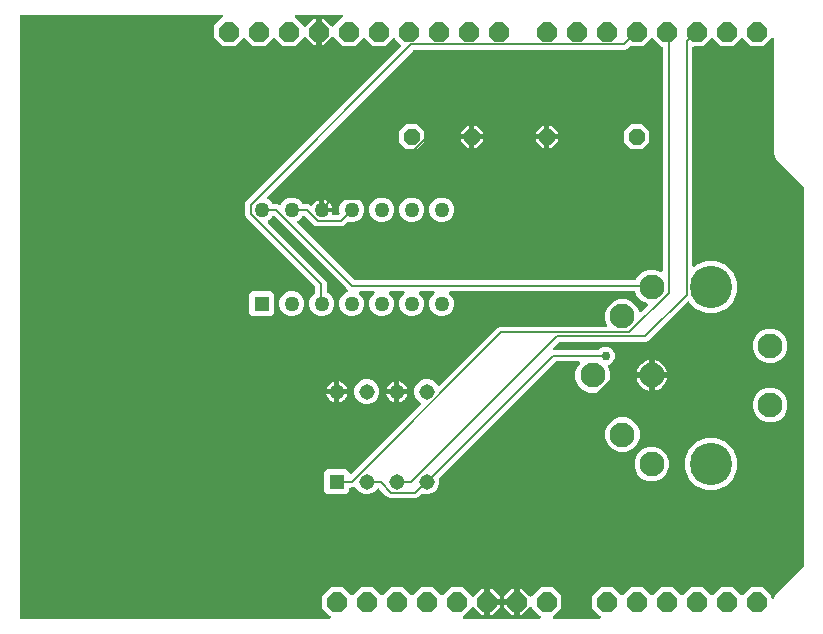
<source format=gbr>
G04 EAGLE Gerber RS-274X export*
G75*
%MOMM*%
%FSLAX34Y34*%
%LPD*%
%INBottom Copper*%
%IPPOS*%
%AMOC8*
5,1,8,0,0,1.08239X$1,22.5*%
G01*
%ADD10R,1.268000X1.268000*%
%ADD11C,1.268000*%
%ADD12C,2.100000*%
%ADD13C,3.585000*%
%ADD14R,1.308000X1.308000*%
%ADD15C,1.308000*%
%ADD16P,1.814519X8X22.500000*%
%ADD17P,1.429621X8X22.500000*%
%ADD18C,0.152400*%
%ADD19C,0.756400*%

G36*
X324148Y36340D02*
X324148Y36340D01*
X324287Y36353D01*
X324306Y36360D01*
X324326Y36363D01*
X324455Y36414D01*
X324586Y36461D01*
X324603Y36472D01*
X324622Y36480D01*
X324734Y36561D01*
X324850Y36639D01*
X324863Y36655D01*
X324879Y36666D01*
X324968Y36774D01*
X325060Y36878D01*
X325069Y36896D01*
X325082Y36911D01*
X325141Y37037D01*
X325205Y37161D01*
X325209Y37181D01*
X325218Y37199D01*
X325244Y37335D01*
X325274Y37471D01*
X325274Y37492D01*
X325277Y37511D01*
X325269Y37650D01*
X325265Y37789D01*
X325259Y37809D01*
X325258Y37829D01*
X325215Y37961D01*
X325176Y38095D01*
X325166Y38112D01*
X325160Y38131D01*
X325085Y38249D01*
X325015Y38369D01*
X324996Y38390D01*
X324989Y38400D01*
X324974Y38414D01*
X324908Y38489D01*
X317753Y45644D01*
X317753Y55956D01*
X325044Y63247D01*
X335356Y63247D01*
X342003Y56600D01*
X342097Y56527D01*
X342186Y56448D01*
X342222Y56430D01*
X342254Y56405D01*
X342363Y56357D01*
X342469Y56303D01*
X342508Y56295D01*
X342546Y56279D01*
X342663Y56260D01*
X342779Y56234D01*
X342820Y56235D01*
X342860Y56229D01*
X342978Y56240D01*
X343097Y56243D01*
X343136Y56255D01*
X343176Y56258D01*
X343289Y56299D01*
X343403Y56332D01*
X343438Y56352D01*
X343476Y56366D01*
X343574Y56433D01*
X343677Y56493D01*
X343722Y56533D01*
X343739Y56545D01*
X343752Y56560D01*
X343798Y56600D01*
X350444Y63247D01*
X360756Y63247D01*
X367403Y56600D01*
X367497Y56527D01*
X367586Y56448D01*
X367622Y56430D01*
X367654Y56405D01*
X367763Y56357D01*
X367869Y56303D01*
X367908Y56295D01*
X367946Y56279D01*
X368063Y56260D01*
X368179Y56234D01*
X368220Y56235D01*
X368260Y56229D01*
X368378Y56240D01*
X368497Y56243D01*
X368536Y56255D01*
X368576Y56258D01*
X368689Y56299D01*
X368803Y56332D01*
X368838Y56352D01*
X368876Y56366D01*
X368974Y56433D01*
X369077Y56493D01*
X369122Y56533D01*
X369139Y56545D01*
X369152Y56560D01*
X369198Y56600D01*
X375844Y63247D01*
X386156Y63247D01*
X392803Y56600D01*
X392897Y56527D01*
X392986Y56448D01*
X393022Y56430D01*
X393054Y56405D01*
X393163Y56357D01*
X393269Y56303D01*
X393308Y56295D01*
X393346Y56279D01*
X393463Y56260D01*
X393579Y56234D01*
X393620Y56235D01*
X393660Y56229D01*
X393778Y56240D01*
X393897Y56243D01*
X393936Y56255D01*
X393976Y56258D01*
X394089Y56299D01*
X394203Y56332D01*
X394238Y56352D01*
X394276Y56366D01*
X394374Y56433D01*
X394477Y56493D01*
X394522Y56533D01*
X394539Y56545D01*
X394552Y56560D01*
X394598Y56600D01*
X401244Y63247D01*
X411556Y63247D01*
X418203Y56600D01*
X418297Y56527D01*
X418386Y56448D01*
X418422Y56430D01*
X418454Y56405D01*
X418563Y56357D01*
X418669Y56303D01*
X418708Y56295D01*
X418746Y56279D01*
X418863Y56260D01*
X418979Y56234D01*
X419020Y56235D01*
X419060Y56229D01*
X419178Y56240D01*
X419297Y56243D01*
X419336Y56255D01*
X419376Y56258D01*
X419489Y56299D01*
X419603Y56332D01*
X419638Y56352D01*
X419676Y56366D01*
X419774Y56433D01*
X419877Y56493D01*
X419922Y56533D01*
X419939Y56545D01*
X419952Y56560D01*
X419998Y56600D01*
X426644Y63247D01*
X436956Y63247D01*
X444365Y55837D01*
X444385Y55782D01*
X444396Y55766D01*
X444404Y55747D01*
X444485Y55634D01*
X444563Y55519D01*
X444579Y55506D01*
X444590Y55489D01*
X444698Y55401D01*
X444802Y55309D01*
X444820Y55300D01*
X444835Y55287D01*
X444961Y55227D01*
X445085Y55164D01*
X445105Y55160D01*
X445123Y55151D01*
X445259Y55125D01*
X445395Y55095D01*
X445416Y55095D01*
X445435Y55091D01*
X445574Y55100D01*
X445713Y55104D01*
X445733Y55110D01*
X445753Y55111D01*
X445885Y55154D01*
X446019Y55193D01*
X446036Y55203D01*
X446055Y55209D01*
X446173Y55284D01*
X446293Y55354D01*
X446314Y55373D01*
X446324Y55379D01*
X446338Y55394D01*
X446413Y55461D01*
X452676Y61723D01*
X454701Y61723D01*
X454701Y52030D01*
X454716Y51912D01*
X454723Y51793D01*
X454735Y51755D01*
X454741Y51715D01*
X454784Y51604D01*
X454821Y51491D01*
X454843Y51457D01*
X454858Y51419D01*
X454927Y51323D01*
X454991Y51222D01*
X455021Y51194D01*
X455044Y51162D01*
X455136Y51086D01*
X455223Y51004D01*
X455258Y50985D01*
X455289Y50959D01*
X455397Y50908D01*
X455501Y50851D01*
X455541Y50841D01*
X455577Y50823D01*
X455684Y50803D01*
X455654Y50799D01*
X455544Y50755D01*
X455431Y50719D01*
X455396Y50697D01*
X455359Y50682D01*
X455262Y50612D01*
X455162Y50549D01*
X455134Y50519D01*
X455101Y50495D01*
X455025Y50404D01*
X454944Y50317D01*
X454924Y50282D01*
X454899Y50250D01*
X454848Y50143D01*
X454790Y50038D01*
X454780Y49999D01*
X454763Y49963D01*
X454741Y49846D01*
X454711Y49730D01*
X454707Y49670D01*
X454703Y49650D01*
X454705Y49630D01*
X454701Y49570D01*
X454701Y39877D01*
X452676Y39877D01*
X446413Y46139D01*
X446323Y46210D01*
X446298Y46234D01*
X446284Y46241D01*
X446197Y46313D01*
X446178Y46322D01*
X446162Y46334D01*
X446034Y46390D01*
X445909Y46449D01*
X445889Y46453D01*
X445870Y46461D01*
X445732Y46483D01*
X445596Y46509D01*
X445576Y46507D01*
X445556Y46511D01*
X445417Y46498D01*
X445279Y46489D01*
X445260Y46483D01*
X445240Y46481D01*
X445108Y46434D01*
X444977Y46391D01*
X444959Y46380D01*
X444940Y46373D01*
X444825Y46295D01*
X444708Y46221D01*
X444694Y46206D01*
X444677Y46195D01*
X444585Y46090D01*
X444490Y45989D01*
X444480Y45971D01*
X444467Y45956D01*
X444403Y45832D01*
X444365Y45763D01*
X437092Y38489D01*
X437007Y38380D01*
X436918Y38273D01*
X436909Y38254D01*
X436897Y38238D01*
X436841Y38110D01*
X436782Y37985D01*
X436779Y37965D01*
X436770Y37946D01*
X436749Y37808D01*
X436723Y37672D01*
X436724Y37652D01*
X436721Y37632D01*
X436734Y37493D01*
X436742Y37355D01*
X436749Y37336D01*
X436750Y37316D01*
X436798Y37184D01*
X436840Y37053D01*
X436851Y37035D01*
X436858Y37016D01*
X436936Y36901D01*
X437011Y36784D01*
X437025Y36770D01*
X437037Y36753D01*
X437141Y36661D01*
X437242Y36566D01*
X437260Y36556D01*
X437275Y36543D01*
X437399Y36479D01*
X437521Y36412D01*
X437540Y36407D01*
X437558Y36398D01*
X437694Y36368D01*
X437829Y36333D01*
X437857Y36331D01*
X437869Y36328D01*
X437889Y36329D01*
X437989Y36323D01*
X501811Y36323D01*
X501948Y36340D01*
X502087Y36353D01*
X502106Y36360D01*
X502126Y36363D01*
X502255Y36414D01*
X502386Y36461D01*
X502403Y36472D01*
X502422Y36480D01*
X502534Y36561D01*
X502650Y36639D01*
X502663Y36655D01*
X502679Y36666D01*
X502768Y36774D01*
X502860Y36878D01*
X502869Y36896D01*
X502882Y36911D01*
X502941Y37037D01*
X503005Y37161D01*
X503009Y37181D01*
X503018Y37199D01*
X503044Y37335D01*
X503074Y37471D01*
X503074Y37492D01*
X503077Y37511D01*
X503069Y37650D01*
X503065Y37789D01*
X503059Y37809D01*
X503058Y37829D01*
X503015Y37961D01*
X502976Y38095D01*
X502966Y38112D01*
X502960Y38131D01*
X502885Y38249D01*
X502815Y38369D01*
X502796Y38390D01*
X502789Y38400D01*
X502774Y38414D01*
X502708Y38489D01*
X495435Y45763D01*
X495415Y45818D01*
X495404Y45834D01*
X495396Y45853D01*
X495315Y45966D01*
X495237Y46081D01*
X495221Y46094D01*
X495210Y46111D01*
X495102Y46199D01*
X494998Y46291D01*
X494980Y46300D01*
X494965Y46313D01*
X494839Y46373D01*
X494715Y46436D01*
X494695Y46440D01*
X494677Y46449D01*
X494541Y46475D01*
X494405Y46505D01*
X494384Y46505D01*
X494365Y46509D01*
X494226Y46500D01*
X494087Y46496D01*
X494067Y46490D01*
X494047Y46489D01*
X493915Y46446D01*
X493781Y46407D01*
X493764Y46397D01*
X493745Y46391D01*
X493627Y46316D01*
X493507Y46246D01*
X493486Y46227D01*
X493476Y46221D01*
X493462Y46206D01*
X493387Y46139D01*
X487124Y39877D01*
X485099Y39877D01*
X485099Y49570D01*
X485084Y49688D01*
X485077Y49807D01*
X485064Y49845D01*
X485059Y49885D01*
X485016Y49996D01*
X484979Y50109D01*
X484957Y50143D01*
X484942Y50181D01*
X484873Y50277D01*
X484809Y50378D01*
X484779Y50406D01*
X484756Y50438D01*
X484664Y50514D01*
X484577Y50596D01*
X484542Y50615D01*
X484511Y50641D01*
X484403Y50692D01*
X484299Y50749D01*
X484259Y50759D01*
X484223Y50777D01*
X484116Y50797D01*
X484146Y50801D01*
X484256Y50845D01*
X484369Y50881D01*
X484404Y50903D01*
X484441Y50918D01*
X484537Y50988D01*
X484638Y51051D01*
X484666Y51081D01*
X484699Y51105D01*
X484775Y51196D01*
X484856Y51283D01*
X484876Y51318D01*
X484901Y51350D01*
X484952Y51457D01*
X485010Y51562D01*
X485020Y51601D01*
X485037Y51637D01*
X485059Y51754D01*
X485089Y51870D01*
X485093Y51930D01*
X485097Y51950D01*
X485095Y51970D01*
X485099Y52030D01*
X485099Y61723D01*
X487124Y61723D01*
X493387Y55461D01*
X493496Y55375D01*
X493603Y55287D01*
X493622Y55278D01*
X493638Y55266D01*
X493766Y55210D01*
X493891Y55151D01*
X493911Y55147D01*
X493930Y55139D01*
X494068Y55117D01*
X494204Y55091D01*
X494224Y55093D01*
X494244Y55089D01*
X494383Y55102D01*
X494521Y55111D01*
X494540Y55117D01*
X494560Y55119D01*
X494692Y55166D01*
X494823Y55209D01*
X494841Y55220D01*
X494860Y55227D01*
X494975Y55305D01*
X495092Y55379D01*
X495106Y55394D01*
X495123Y55405D01*
X495215Y55510D01*
X495310Y55611D01*
X495320Y55629D01*
X495333Y55644D01*
X495397Y55768D01*
X495435Y55837D01*
X502844Y63247D01*
X513156Y63247D01*
X520447Y55956D01*
X520447Y45644D01*
X513292Y38489D01*
X513207Y38380D01*
X513118Y38273D01*
X513109Y38254D01*
X513097Y38238D01*
X513041Y38110D01*
X512982Y37985D01*
X512979Y37965D01*
X512970Y37946D01*
X512949Y37808D01*
X512923Y37672D01*
X512924Y37652D01*
X512921Y37632D01*
X512934Y37493D01*
X512942Y37355D01*
X512949Y37336D01*
X512950Y37316D01*
X512998Y37184D01*
X513040Y37053D01*
X513051Y37035D01*
X513058Y37016D01*
X513136Y36901D01*
X513211Y36784D01*
X513225Y36770D01*
X513237Y36753D01*
X513341Y36661D01*
X513442Y36566D01*
X513460Y36556D01*
X513475Y36543D01*
X513599Y36479D01*
X513721Y36412D01*
X513740Y36407D01*
X513758Y36398D01*
X513894Y36368D01*
X514029Y36333D01*
X514057Y36331D01*
X514069Y36328D01*
X514089Y36329D01*
X514189Y36323D01*
X552611Y36323D01*
X552748Y36340D01*
X552887Y36353D01*
X552906Y36360D01*
X552926Y36363D01*
X553055Y36414D01*
X553186Y36461D01*
X553203Y36472D01*
X553222Y36480D01*
X553334Y36561D01*
X553450Y36639D01*
X553463Y36655D01*
X553479Y36666D01*
X553568Y36774D01*
X553660Y36878D01*
X553669Y36896D01*
X553682Y36911D01*
X553741Y37037D01*
X553805Y37161D01*
X553809Y37181D01*
X553818Y37199D01*
X553844Y37335D01*
X553874Y37471D01*
X553874Y37492D01*
X553877Y37511D01*
X553869Y37650D01*
X553865Y37789D01*
X553859Y37809D01*
X553858Y37829D01*
X553815Y37961D01*
X553776Y38095D01*
X553766Y38112D01*
X553760Y38131D01*
X553685Y38249D01*
X553615Y38369D01*
X553596Y38390D01*
X553589Y38400D01*
X553574Y38414D01*
X553508Y38489D01*
X546353Y45644D01*
X546353Y55956D01*
X553644Y63247D01*
X563956Y63247D01*
X570603Y56600D01*
X570697Y56527D01*
X570786Y56448D01*
X570822Y56430D01*
X570854Y56405D01*
X570963Y56357D01*
X571069Y56303D01*
X571108Y56295D01*
X571146Y56279D01*
X571263Y56260D01*
X571379Y56234D01*
X571420Y56235D01*
X571460Y56229D01*
X571578Y56240D01*
X571697Y56243D01*
X571736Y56255D01*
X571776Y56258D01*
X571889Y56299D01*
X572003Y56332D01*
X572038Y56352D01*
X572076Y56366D01*
X572174Y56433D01*
X572277Y56493D01*
X572322Y56533D01*
X572339Y56545D01*
X572352Y56560D01*
X572398Y56600D01*
X579044Y63247D01*
X589356Y63247D01*
X596002Y56600D01*
X596097Y56527D01*
X596186Y56448D01*
X596222Y56430D01*
X596254Y56405D01*
X596363Y56358D01*
X596469Y56303D01*
X596508Y56295D01*
X596546Y56279D01*
X596663Y56260D01*
X596779Y56234D01*
X596820Y56235D01*
X596860Y56229D01*
X596978Y56240D01*
X597097Y56243D01*
X597136Y56255D01*
X597176Y56258D01*
X597289Y56299D01*
X597403Y56332D01*
X597437Y56352D01*
X597476Y56366D01*
X597574Y56433D01*
X597677Y56493D01*
X597722Y56533D01*
X597739Y56545D01*
X597752Y56560D01*
X597797Y56600D01*
X604444Y63247D01*
X614756Y63247D01*
X621402Y56600D01*
X621497Y56527D01*
X621586Y56448D01*
X621622Y56430D01*
X621654Y56405D01*
X621763Y56358D01*
X621869Y56303D01*
X621908Y56295D01*
X621946Y56279D01*
X622063Y56260D01*
X622179Y56234D01*
X622220Y56235D01*
X622260Y56229D01*
X622378Y56240D01*
X622497Y56243D01*
X622536Y56255D01*
X622576Y56258D01*
X622689Y56299D01*
X622803Y56332D01*
X622837Y56352D01*
X622876Y56366D01*
X622974Y56433D01*
X623077Y56493D01*
X623122Y56533D01*
X623139Y56545D01*
X623152Y56560D01*
X623197Y56600D01*
X629844Y63247D01*
X640156Y63247D01*
X646802Y56600D01*
X646897Y56527D01*
X646986Y56448D01*
X647022Y56430D01*
X647054Y56405D01*
X647163Y56358D01*
X647269Y56303D01*
X647308Y56295D01*
X647346Y56279D01*
X647463Y56260D01*
X647579Y56234D01*
X647620Y56235D01*
X647660Y56229D01*
X647778Y56240D01*
X647897Y56243D01*
X647936Y56255D01*
X647976Y56258D01*
X648089Y56299D01*
X648203Y56332D01*
X648237Y56352D01*
X648276Y56366D01*
X648374Y56433D01*
X648477Y56493D01*
X648522Y56533D01*
X648539Y56545D01*
X648552Y56560D01*
X648597Y56600D01*
X655244Y63247D01*
X665556Y63247D01*
X672202Y56600D01*
X672297Y56527D01*
X672386Y56448D01*
X672422Y56430D01*
X672454Y56405D01*
X672563Y56358D01*
X672669Y56303D01*
X672708Y56295D01*
X672746Y56279D01*
X672863Y56260D01*
X672979Y56234D01*
X673020Y56235D01*
X673060Y56229D01*
X673178Y56240D01*
X673297Y56243D01*
X673336Y56255D01*
X673376Y56258D01*
X673489Y56299D01*
X673603Y56332D01*
X673637Y56352D01*
X673676Y56366D01*
X673774Y56433D01*
X673877Y56493D01*
X673922Y56533D01*
X673939Y56545D01*
X673952Y56560D01*
X673997Y56600D01*
X680644Y63247D01*
X690956Y63247D01*
X698247Y55956D01*
X698247Y54451D01*
X698255Y54382D01*
X698254Y54312D01*
X698275Y54225D01*
X698287Y54136D01*
X698312Y54071D01*
X698329Y54003D01*
X698371Y53924D01*
X698404Y53840D01*
X698445Y53784D01*
X698477Y53722D01*
X698538Y53655D01*
X698590Y53583D01*
X698644Y53538D01*
X698691Y53487D01*
X698766Y53437D01*
X698835Y53380D01*
X698899Y53350D01*
X698957Y53312D01*
X699042Y53283D01*
X699123Y53245D01*
X699192Y53231D01*
X699258Y53209D01*
X699347Y53202D01*
X699435Y53185D01*
X699505Y53189D01*
X699575Y53184D01*
X699663Y53199D01*
X699753Y53204D01*
X699819Y53226D01*
X699888Y53238D01*
X699970Y53275D01*
X700055Y53303D01*
X700114Y53340D01*
X700178Y53369D01*
X700248Y53425D01*
X700324Y53473D01*
X700372Y53524D01*
X700426Y53567D01*
X700481Y53639D01*
X700542Y53704D01*
X700576Y53765D01*
X700618Y53821D01*
X700689Y53966D01*
X701940Y56987D01*
X725306Y80353D01*
X725366Y80431D01*
X725434Y80503D01*
X725463Y80556D01*
X725500Y80604D01*
X725540Y80695D01*
X725588Y80781D01*
X725603Y80840D01*
X725627Y80896D01*
X725642Y80994D01*
X725667Y81089D01*
X725673Y81189D01*
X725677Y81210D01*
X725675Y81222D01*
X725677Y81250D01*
X725677Y401350D01*
X725665Y401448D01*
X725662Y401547D01*
X725645Y401605D01*
X725637Y401665D01*
X725601Y401758D01*
X725573Y401853D01*
X725543Y401905D01*
X725520Y401961D01*
X725462Y402041D01*
X725412Y402127D01*
X725346Y402202D01*
X725334Y402218D01*
X725324Y402226D01*
X725306Y402247D01*
X701940Y425613D01*
X700277Y429627D01*
X700277Y527211D01*
X700260Y527348D01*
X700247Y527487D01*
X700240Y527506D01*
X700237Y527526D01*
X700186Y527655D01*
X700139Y527786D01*
X700128Y527803D01*
X700120Y527822D01*
X700039Y527934D01*
X699961Y528050D01*
X699945Y528063D01*
X699934Y528079D01*
X699826Y528168D01*
X699722Y528260D01*
X699704Y528269D01*
X699689Y528282D01*
X699563Y528341D01*
X699439Y528405D01*
X699419Y528409D01*
X699401Y528418D01*
X699265Y528444D01*
X699129Y528474D01*
X699108Y528474D01*
X699089Y528477D01*
X698950Y528469D01*
X698811Y528465D01*
X698791Y528459D01*
X698771Y528458D01*
X698639Y528415D01*
X698505Y528376D01*
X698488Y528366D01*
X698469Y528360D01*
X698351Y528285D01*
X698231Y528215D01*
X698210Y528196D01*
X698200Y528189D01*
X698186Y528174D01*
X698111Y528108D01*
X690956Y520953D01*
X680644Y520953D01*
X673997Y527600D01*
X673903Y527673D01*
X673814Y527752D01*
X673778Y527770D01*
X673746Y527795D01*
X673637Y527843D01*
X673531Y527897D01*
X673492Y527905D01*
X673454Y527921D01*
X673337Y527940D01*
X673221Y527966D01*
X673180Y527965D01*
X673140Y527971D01*
X673022Y527960D01*
X672903Y527957D01*
X672864Y527945D01*
X672824Y527942D01*
X672711Y527901D01*
X672597Y527868D01*
X672562Y527848D01*
X672524Y527834D01*
X672426Y527767D01*
X672323Y527707D01*
X672278Y527667D01*
X672261Y527655D01*
X672248Y527640D01*
X672202Y527600D01*
X665556Y520953D01*
X655244Y520953D01*
X648597Y527600D01*
X648503Y527673D01*
X648414Y527752D01*
X648378Y527770D01*
X648346Y527795D01*
X648237Y527843D01*
X648131Y527897D01*
X648092Y527905D01*
X648054Y527921D01*
X647937Y527940D01*
X647821Y527966D01*
X647780Y527965D01*
X647740Y527971D01*
X647622Y527960D01*
X647503Y527957D01*
X647464Y527945D01*
X647424Y527942D01*
X647311Y527901D01*
X647197Y527868D01*
X647162Y527848D01*
X647124Y527834D01*
X647026Y527767D01*
X646923Y527707D01*
X646878Y527667D01*
X646861Y527655D01*
X646848Y527640D01*
X646802Y527600D01*
X640156Y520953D01*
X632460Y520953D01*
X632342Y520938D01*
X632223Y520931D01*
X632185Y520918D01*
X632144Y520913D01*
X632034Y520870D01*
X631921Y520833D01*
X631886Y520811D01*
X631849Y520796D01*
X631753Y520727D01*
X631652Y520663D01*
X631624Y520633D01*
X631591Y520610D01*
X631515Y520518D01*
X631434Y520431D01*
X631414Y520396D01*
X631389Y520365D01*
X631338Y520257D01*
X631280Y520153D01*
X631270Y520113D01*
X631253Y520077D01*
X631231Y519960D01*
X631201Y519845D01*
X631197Y519785D01*
X631193Y519765D01*
X631195Y519744D01*
X631191Y519684D01*
X631191Y335653D01*
X631208Y335515D01*
X631221Y335377D01*
X631228Y335358D01*
X631231Y335338D01*
X631282Y335208D01*
X631329Y335078D01*
X631340Y335061D01*
X631348Y335042D01*
X631429Y334929D01*
X631507Y334814D01*
X631523Y334801D01*
X631534Y334785D01*
X631642Y334696D01*
X631746Y334604D01*
X631764Y334595D01*
X631779Y334582D01*
X631905Y334523D01*
X632029Y334459D01*
X632049Y334455D01*
X632067Y334446D01*
X632204Y334420D01*
X632339Y334390D01*
X632360Y334390D01*
X632379Y334386D01*
X632518Y334395D01*
X632657Y334399D01*
X632677Y334405D01*
X632697Y334406D01*
X632829Y334449D01*
X632963Y334488D01*
X632980Y334498D01*
X632999Y334504D01*
X633117Y334579D01*
X633237Y334649D01*
X633258Y334668D01*
X633268Y334674D01*
X633282Y334689D01*
X633357Y334756D01*
X634744Y336142D01*
X642826Y339490D01*
X651574Y339490D01*
X659656Y336142D01*
X665842Y329956D01*
X669190Y321874D01*
X669190Y313126D01*
X665842Y305044D01*
X659656Y298858D01*
X651574Y295510D01*
X642826Y295510D01*
X634744Y298858D01*
X628845Y304756D01*
X628751Y304829D01*
X628662Y304908D01*
X628626Y304927D01*
X628594Y304951D01*
X628485Y304999D01*
X628379Y305053D01*
X628339Y305062D01*
X628302Y305078D01*
X628185Y305096D01*
X628069Y305122D01*
X628028Y305121D01*
X627988Y305128D01*
X627870Y305116D01*
X627751Y305113D01*
X627712Y305102D01*
X627672Y305098D01*
X627559Y305057D01*
X627445Y305024D01*
X627410Y305004D01*
X627372Y304990D01*
X627274Y304923D01*
X627171Y304863D01*
X627126Y304823D01*
X627109Y304812D01*
X627096Y304796D01*
X627050Y304756D01*
X594046Y271752D01*
X592272Y271017D01*
X519161Y271017D01*
X519063Y271005D01*
X518964Y271002D01*
X518906Y270985D01*
X518846Y270977D01*
X518753Y270941D01*
X518658Y270913D01*
X518606Y270883D01*
X518550Y270860D01*
X518470Y270802D01*
X518384Y270752D01*
X518309Y270686D01*
X518292Y270674D01*
X518285Y270664D01*
X518264Y270646D01*
X513691Y266073D01*
X513606Y265964D01*
X513518Y265857D01*
X513509Y265838D01*
X513497Y265822D01*
X513441Y265694D01*
X513382Y265569D01*
X513378Y265549D01*
X513370Y265530D01*
X513348Y265392D01*
X513322Y265256D01*
X513324Y265236D01*
X513320Y265216D01*
X513333Y265077D01*
X513342Y264939D01*
X513348Y264920D01*
X513350Y264900D01*
X513397Y264768D01*
X513440Y264637D01*
X513451Y264619D01*
X513458Y264600D01*
X513536Y264485D01*
X513610Y264368D01*
X513625Y264354D01*
X513636Y264337D01*
X513741Y264245D01*
X513842Y264150D01*
X513860Y264140D01*
X513875Y264127D01*
X513999Y264063D01*
X514120Y263996D01*
X514140Y263991D01*
X514158Y263982D01*
X514294Y263952D01*
X514428Y263917D01*
X514456Y263915D01*
X514468Y263912D01*
X514489Y263913D01*
X514589Y263907D01*
X550988Y263907D01*
X551086Y263919D01*
X551185Y263922D01*
X551243Y263939D01*
X551304Y263947D01*
X551396Y263983D01*
X551491Y264011D01*
X551543Y264041D01*
X551599Y264064D01*
X551679Y264122D01*
X551765Y264172D01*
X551840Y264238D01*
X551857Y264250D01*
X551864Y264260D01*
X551886Y264278D01*
X553339Y265732D01*
X556223Y266927D01*
X559345Y266927D01*
X562229Y265732D01*
X564436Y263525D01*
X565631Y260641D01*
X565631Y257519D01*
X564436Y254635D01*
X562229Y252428D01*
X560246Y251606D01*
X560143Y251548D01*
X560035Y251495D01*
X560005Y251469D01*
X559970Y251449D01*
X559884Y251366D01*
X559793Y251289D01*
X559770Y251256D01*
X559741Y251228D01*
X559679Y251126D01*
X559610Y251029D01*
X559596Y250991D01*
X559575Y250957D01*
X559540Y250843D01*
X559498Y250731D01*
X559493Y250691D01*
X559481Y250653D01*
X559476Y250534D01*
X559462Y250415D01*
X559468Y250375D01*
X559466Y250335D01*
X559490Y250218D01*
X559507Y250100D01*
X559526Y250044D01*
X559530Y250024D01*
X559539Y250005D01*
X559559Y249948D01*
X561465Y245347D01*
X561465Y239553D01*
X559247Y234200D01*
X555150Y230103D01*
X549797Y227885D01*
X544003Y227885D01*
X538650Y230103D01*
X534553Y234200D01*
X532335Y239553D01*
X532335Y245347D01*
X534553Y250700D01*
X535939Y252087D01*
X536024Y252196D01*
X536113Y252303D01*
X536121Y252322D01*
X536134Y252338D01*
X536189Y252466D01*
X536248Y252591D01*
X536252Y252611D01*
X536260Y252630D01*
X536282Y252768D01*
X536308Y252904D01*
X536307Y252924D01*
X536310Y252944D01*
X536297Y253083D01*
X536288Y253221D01*
X536282Y253240D01*
X536280Y253260D01*
X536233Y253392D01*
X536190Y253523D01*
X536180Y253541D01*
X536173Y253560D01*
X536095Y253675D01*
X536020Y253792D01*
X536005Y253806D01*
X535994Y253823D01*
X535890Y253915D01*
X535789Y254010D01*
X535771Y254020D01*
X535756Y254033D01*
X535632Y254097D01*
X535510Y254164D01*
X535490Y254169D01*
X535472Y254178D01*
X535337Y254208D01*
X535202Y254243D01*
X535174Y254245D01*
X535162Y254248D01*
X535142Y254247D01*
X535041Y254253D01*
X516113Y254253D01*
X516015Y254241D01*
X515916Y254238D01*
X515858Y254221D01*
X515798Y254213D01*
X515705Y254177D01*
X515610Y254149D01*
X515558Y254119D01*
X515502Y254096D01*
X515422Y254038D01*
X515336Y253988D01*
X515261Y253922D01*
X515244Y253910D01*
X515237Y253900D01*
X515216Y253882D01*
X417264Y155930D01*
X417246Y155907D01*
X417224Y155888D01*
X417149Y155782D01*
X417069Y155679D01*
X417058Y155652D01*
X417041Y155628D01*
X416995Y155506D01*
X416943Y155387D01*
X416938Y155358D01*
X416928Y155330D01*
X416914Y155202D01*
X416893Y155073D01*
X416896Y155044D01*
X416893Y155014D01*
X416911Y154886D01*
X416923Y154756D01*
X416933Y154729D01*
X416937Y154699D01*
X416989Y154547D01*
X417005Y154509D01*
X417005Y150291D01*
X415390Y146393D01*
X412407Y143410D01*
X408509Y141795D01*
X404291Y141795D01*
X403175Y142257D01*
X403147Y142265D01*
X403121Y142278D01*
X402994Y142307D01*
X402869Y142341D01*
X402839Y142342D01*
X402810Y142348D01*
X402680Y142344D01*
X402551Y142346D01*
X402522Y142339D01*
X402492Y142338D01*
X402368Y142302D01*
X402241Y142272D01*
X402215Y142258D01*
X402187Y142250D01*
X402075Y142184D01*
X401960Y142123D01*
X401938Y142103D01*
X401913Y142088D01*
X401792Y141982D01*
X398974Y139164D01*
X397200Y138429D01*
X375468Y138429D01*
X373694Y139164D01*
X372158Y140700D01*
X366425Y146433D01*
X366331Y146506D01*
X366242Y146585D01*
X366206Y146603D01*
X366174Y146628D01*
X366065Y146675D01*
X365959Y146729D01*
X365919Y146738D01*
X365882Y146754D01*
X365764Y146773D01*
X365648Y146799D01*
X365608Y146798D01*
X365568Y146804D01*
X365449Y146793D01*
X365330Y146789D01*
X365292Y146778D01*
X365251Y146774D01*
X365139Y146734D01*
X365025Y146701D01*
X364990Y146680D01*
X364952Y146667D01*
X364854Y146600D01*
X364751Y146539D01*
X364706Y146499D01*
X364689Y146488D01*
X364675Y146473D01*
X364630Y146433D01*
X361607Y143410D01*
X357709Y141795D01*
X353491Y141795D01*
X349593Y143410D01*
X346610Y146393D01*
X346276Y147200D01*
X346217Y147303D01*
X346164Y147410D01*
X346138Y147441D01*
X346118Y147476D01*
X346035Y147562D01*
X345958Y147652D01*
X345925Y147676D01*
X345897Y147705D01*
X345795Y147767D01*
X345698Y147835D01*
X345660Y147850D01*
X345626Y147871D01*
X345512Y147906D01*
X345400Y147948D01*
X345360Y147953D01*
X345322Y147964D01*
X345203Y147970D01*
X345084Y147983D01*
X345044Y147978D01*
X345004Y147980D01*
X344887Y147956D01*
X344769Y147939D01*
X344713Y147919D01*
X344693Y147915D01*
X344674Y147906D01*
X344617Y147887D01*
X343860Y147573D01*
X342074Y147573D01*
X341956Y147558D01*
X341837Y147551D01*
X341799Y147538D01*
X341758Y147533D01*
X341648Y147490D01*
X341535Y147453D01*
X341500Y147431D01*
X341463Y147416D01*
X341367Y147347D01*
X341266Y147283D01*
X341238Y147253D01*
X341205Y147230D01*
X341129Y147138D01*
X341048Y147051D01*
X341028Y147016D01*
X341003Y146985D01*
X340952Y146877D01*
X340894Y146773D01*
X340884Y146733D01*
X340867Y146697D01*
X340845Y146580D01*
X340815Y146465D01*
X340811Y146405D01*
X340807Y146385D01*
X340809Y146364D01*
X340805Y146304D01*
X340805Y144176D01*
X338424Y141795D01*
X321976Y141795D01*
X319595Y144176D01*
X319595Y160624D01*
X321976Y163005D01*
X338424Y163005D01*
X340805Y160624D01*
X340805Y160195D01*
X340822Y160057D01*
X340835Y159919D01*
X340842Y159900D01*
X340845Y159879D01*
X340896Y159750D01*
X340943Y159619D01*
X340954Y159603D01*
X340962Y159584D01*
X341043Y159471D01*
X341121Y159356D01*
X341137Y159343D01*
X341148Y159326D01*
X341256Y159238D01*
X341360Y159146D01*
X341378Y159137D01*
X341393Y159124D01*
X341519Y159064D01*
X341643Y159001D01*
X341663Y158997D01*
X341681Y158988D01*
X341817Y158962D01*
X341953Y158931D01*
X341974Y158932D01*
X341993Y158928D01*
X342132Y158937D01*
X342271Y158941D01*
X342291Y158947D01*
X342311Y158948D01*
X342443Y158991D01*
X342577Y159030D01*
X342594Y159040D01*
X342613Y159046D01*
X342731Y159120D01*
X342851Y159191D01*
X342872Y159210D01*
X342882Y159216D01*
X342896Y159231D01*
X342971Y159297D01*
X401094Y217420D01*
X401124Y217459D01*
X401161Y217493D01*
X401221Y217584D01*
X401289Y217671D01*
X401309Y217717D01*
X401336Y217758D01*
X401371Y217862D01*
X401415Y217963D01*
X401423Y218012D01*
X401439Y218059D01*
X401448Y218168D01*
X401465Y218277D01*
X401460Y218327D01*
X401464Y218376D01*
X401445Y218484D01*
X401435Y218594D01*
X401418Y218641D01*
X401410Y218689D01*
X401365Y218789D01*
X401328Y218893D01*
X401300Y218934D01*
X401279Y218979D01*
X401211Y219065D01*
X401149Y219156D01*
X401112Y219189D01*
X401081Y219228D01*
X400993Y219294D01*
X400911Y219367D01*
X400866Y219389D01*
X400827Y219419D01*
X400682Y219490D01*
X400393Y219610D01*
X397410Y222593D01*
X395795Y226491D01*
X395795Y230709D01*
X397410Y234607D01*
X400393Y237590D01*
X404291Y239205D01*
X408509Y239205D01*
X412407Y237590D01*
X415390Y234607D01*
X415510Y234318D01*
X415535Y234275D01*
X415551Y234228D01*
X415613Y234137D01*
X415668Y234042D01*
X415702Y234006D01*
X415730Y233965D01*
X415812Y233892D01*
X415889Y233813D01*
X415931Y233787D01*
X415968Y233754D01*
X416066Y233705D01*
X416160Y233647D01*
X416207Y233632D01*
X416252Y233610D01*
X416359Y233586D01*
X416464Y233553D01*
X416514Y233551D01*
X416562Y233540D01*
X416672Y233543D01*
X416782Y233538D01*
X416830Y233548D01*
X416880Y233550D01*
X416985Y233580D01*
X417093Y233603D01*
X417138Y233624D01*
X417185Y233638D01*
X417280Y233694D01*
X417379Y233742D01*
X417417Y233775D01*
X417459Y233800D01*
X417580Y233906D01*
X465122Y281448D01*
X466658Y282984D01*
X468432Y283719D01*
X557973Y283719D01*
X558022Y283725D01*
X558072Y283723D01*
X558179Y283745D01*
X558289Y283759D01*
X558335Y283777D01*
X558383Y283787D01*
X558482Y283835D01*
X558584Y283876D01*
X558624Y283905D01*
X558669Y283927D01*
X558753Y283998D01*
X558842Y284062D01*
X558873Y284101D01*
X558911Y284133D01*
X558974Y284223D01*
X559044Y284307D01*
X559066Y284352D01*
X559094Y284393D01*
X559133Y284496D01*
X559180Y284595D01*
X559189Y284644D01*
X559207Y284690D01*
X559219Y284800D01*
X559240Y284907D01*
X559237Y284957D01*
X559242Y285006D01*
X559227Y285115D01*
X559220Y285225D01*
X559205Y285272D01*
X559198Y285321D01*
X559146Y285474D01*
X557435Y289603D01*
X557435Y295397D01*
X559653Y300750D01*
X563750Y304847D01*
X569103Y307065D01*
X574897Y307065D01*
X580250Y304847D01*
X584347Y300750D01*
X586046Y296650D01*
X586070Y296607D01*
X586087Y296560D01*
X586149Y296469D01*
X586203Y296374D01*
X586238Y296338D01*
X586266Y296297D01*
X586348Y296224D01*
X586425Y296145D01*
X586467Y296119D01*
X586504Y296086D01*
X586602Y296036D01*
X586696Y295979D01*
X586743Y295964D01*
X586788Y295942D01*
X586895Y295918D01*
X587000Y295885D01*
X587049Y295883D01*
X587098Y295872D01*
X587208Y295875D01*
X587317Y295870D01*
X587366Y295880D01*
X587416Y295882D01*
X587521Y295912D01*
X587629Y295934D01*
X587674Y295956D01*
X587721Y295970D01*
X587816Y296026D01*
X587915Y296074D01*
X587952Y296106D01*
X587995Y296132D01*
X588116Y296238D01*
X593233Y301355D01*
X593263Y301394D01*
X593300Y301427D01*
X593360Y301519D01*
X593428Y301606D01*
X593447Y301652D01*
X593475Y301693D01*
X593510Y301797D01*
X593554Y301898D01*
X593562Y301947D01*
X593578Y301994D01*
X593587Y302103D01*
X593604Y302212D01*
X593599Y302261D01*
X593603Y302311D01*
X593584Y302419D01*
X593574Y302529D01*
X593557Y302575D01*
X593549Y302624D01*
X593504Y302724D01*
X593466Y302828D01*
X593438Y302869D01*
X593418Y302914D01*
X593350Y303000D01*
X593288Y303091D01*
X593251Y303124D01*
X593220Y303163D01*
X593132Y303229D01*
X593049Y303301D01*
X593005Y303324D01*
X592965Y303354D01*
X592821Y303425D01*
X588650Y305153D01*
X584553Y309250D01*
X583038Y312906D01*
X583024Y312931D01*
X583015Y312959D01*
X582945Y313069D01*
X582881Y313182D01*
X582860Y313203D01*
X582844Y313228D01*
X582750Y313317D01*
X582659Y313410D01*
X582634Y313426D01*
X582613Y313446D01*
X582499Y313509D01*
X582388Y313577D01*
X582360Y313585D01*
X582334Y313600D01*
X582209Y313632D01*
X582084Y313670D01*
X582055Y313672D01*
X582026Y313679D01*
X581866Y313689D01*
X426389Y313689D01*
X426252Y313672D01*
X426113Y313659D01*
X426094Y313652D01*
X426074Y313649D01*
X425945Y313598D01*
X425814Y313551D01*
X425797Y313540D01*
X425778Y313532D01*
X425666Y313451D01*
X425551Y313373D01*
X425537Y313357D01*
X425521Y313346D01*
X425432Y313238D01*
X425340Y313134D01*
X425331Y313116D01*
X425318Y313101D01*
X425259Y312975D01*
X425196Y312851D01*
X425191Y312831D01*
X425183Y312813D01*
X425156Y312677D01*
X425126Y312541D01*
X425127Y312520D01*
X425123Y312501D01*
X425131Y312362D01*
X425136Y312223D01*
X425141Y312203D01*
X425143Y312183D01*
X425185Y312051D01*
X425224Y311917D01*
X425234Y311900D01*
X425241Y311881D01*
X425315Y311763D01*
X425386Y311643D01*
X425404Y311622D01*
X425411Y311612D01*
X425426Y311598D01*
X425492Y311523D01*
X427921Y309094D01*
X429505Y305270D01*
X429505Y301130D01*
X427921Y297306D01*
X424994Y294379D01*
X421170Y292795D01*
X417030Y292795D01*
X413206Y294379D01*
X410279Y297306D01*
X408695Y301130D01*
X408695Y305270D01*
X410279Y309094D01*
X412708Y311523D01*
X412793Y311632D01*
X412882Y311739D01*
X412891Y311758D01*
X412903Y311774D01*
X412958Y311902D01*
X413017Y312027D01*
X413021Y312047D01*
X413029Y312066D01*
X413051Y312204D01*
X413077Y312340D01*
X413076Y312360D01*
X413079Y312380D01*
X413066Y312519D01*
X413057Y312657D01*
X413051Y312676D01*
X413049Y312696D01*
X413002Y312827D01*
X412959Y312959D01*
X412949Y312977D01*
X412942Y312996D01*
X412864Y313111D01*
X412789Y313228D01*
X412774Y313242D01*
X412763Y313259D01*
X412659Y313351D01*
X412558Y313446D01*
X412540Y313456D01*
X412525Y313469D01*
X412401Y313533D01*
X412279Y313600D01*
X412260Y313605D01*
X412241Y313614D01*
X412106Y313644D01*
X411971Y313679D01*
X411943Y313681D01*
X411931Y313684D01*
X411911Y313683D01*
X411811Y313689D01*
X400989Y313689D01*
X400852Y313672D01*
X400713Y313659D01*
X400694Y313652D01*
X400674Y313649D01*
X400545Y313598D01*
X400414Y313551D01*
X400397Y313540D01*
X400378Y313532D01*
X400266Y313451D01*
X400151Y313373D01*
X400137Y313357D01*
X400121Y313346D01*
X400032Y313238D01*
X399940Y313134D01*
X399931Y313116D01*
X399918Y313101D01*
X399859Y312975D01*
X399796Y312851D01*
X399791Y312831D01*
X399783Y312813D01*
X399756Y312677D01*
X399726Y312541D01*
X399727Y312520D01*
X399723Y312501D01*
X399731Y312362D01*
X399736Y312223D01*
X399741Y312203D01*
X399743Y312183D01*
X399785Y312051D01*
X399824Y311917D01*
X399834Y311900D01*
X399841Y311881D01*
X399915Y311763D01*
X399986Y311643D01*
X400004Y311622D01*
X400011Y311612D01*
X400026Y311598D01*
X400092Y311523D01*
X402521Y309094D01*
X404105Y305270D01*
X404105Y301130D01*
X402521Y297306D01*
X399594Y294379D01*
X395770Y292795D01*
X391630Y292795D01*
X387806Y294379D01*
X384879Y297306D01*
X383295Y301130D01*
X383295Y305270D01*
X384879Y309094D01*
X387308Y311523D01*
X387393Y311632D01*
X387482Y311739D01*
X387491Y311758D01*
X387503Y311774D01*
X387558Y311902D01*
X387617Y312027D01*
X387621Y312047D01*
X387629Y312066D01*
X387651Y312204D01*
X387677Y312340D01*
X387676Y312360D01*
X387679Y312380D01*
X387666Y312519D01*
X387657Y312657D01*
X387651Y312676D01*
X387649Y312696D01*
X387602Y312827D01*
X387559Y312959D01*
X387549Y312977D01*
X387542Y312996D01*
X387464Y313111D01*
X387389Y313228D01*
X387374Y313242D01*
X387363Y313259D01*
X387259Y313351D01*
X387158Y313446D01*
X387140Y313456D01*
X387125Y313469D01*
X387001Y313533D01*
X386879Y313600D01*
X386860Y313605D01*
X386841Y313614D01*
X386706Y313644D01*
X386571Y313679D01*
X386543Y313681D01*
X386531Y313684D01*
X386511Y313683D01*
X386411Y313689D01*
X375589Y313689D01*
X375452Y313672D01*
X375313Y313659D01*
X375294Y313652D01*
X375274Y313649D01*
X375145Y313598D01*
X375014Y313551D01*
X374997Y313540D01*
X374978Y313532D01*
X374866Y313451D01*
X374751Y313373D01*
X374737Y313357D01*
X374721Y313346D01*
X374632Y313238D01*
X374540Y313134D01*
X374531Y313116D01*
X374518Y313101D01*
X374459Y312975D01*
X374396Y312851D01*
X374391Y312831D01*
X374383Y312813D01*
X374356Y312677D01*
X374326Y312541D01*
X374327Y312520D01*
X374323Y312501D01*
X374331Y312362D01*
X374336Y312223D01*
X374341Y312203D01*
X374343Y312183D01*
X374385Y312051D01*
X374424Y311917D01*
X374434Y311900D01*
X374441Y311881D01*
X374515Y311763D01*
X374586Y311643D01*
X374604Y311622D01*
X374611Y311612D01*
X374626Y311598D01*
X374692Y311523D01*
X377121Y309094D01*
X378705Y305270D01*
X378705Y301130D01*
X377121Y297306D01*
X374194Y294379D01*
X370370Y292795D01*
X366230Y292795D01*
X362406Y294379D01*
X359479Y297306D01*
X357895Y301130D01*
X357895Y305270D01*
X359479Y309094D01*
X361908Y311523D01*
X361993Y311632D01*
X362082Y311739D01*
X362091Y311758D01*
X362103Y311774D01*
X362158Y311902D01*
X362217Y312027D01*
X362221Y312047D01*
X362229Y312066D01*
X362251Y312204D01*
X362277Y312340D01*
X362276Y312360D01*
X362279Y312380D01*
X362266Y312519D01*
X362257Y312657D01*
X362251Y312676D01*
X362249Y312696D01*
X362202Y312827D01*
X362159Y312959D01*
X362149Y312977D01*
X362142Y312996D01*
X362064Y313111D01*
X361989Y313228D01*
X361974Y313242D01*
X361963Y313259D01*
X361859Y313351D01*
X361758Y313446D01*
X361740Y313456D01*
X361725Y313469D01*
X361601Y313533D01*
X361479Y313600D01*
X361460Y313605D01*
X361441Y313614D01*
X361306Y313644D01*
X361171Y313679D01*
X361143Y313681D01*
X361131Y313684D01*
X361111Y313683D01*
X361011Y313689D01*
X350189Y313689D01*
X350052Y313672D01*
X349913Y313659D01*
X349894Y313652D01*
X349874Y313649D01*
X349745Y313598D01*
X349614Y313551D01*
X349597Y313540D01*
X349578Y313532D01*
X349466Y313451D01*
X349351Y313373D01*
X349337Y313357D01*
X349321Y313346D01*
X349232Y313238D01*
X349140Y313134D01*
X349131Y313116D01*
X349118Y313101D01*
X349059Y312975D01*
X348996Y312851D01*
X348991Y312831D01*
X348983Y312813D01*
X348956Y312677D01*
X348926Y312541D01*
X348927Y312520D01*
X348923Y312501D01*
X348931Y312362D01*
X348936Y312223D01*
X348941Y312203D01*
X348943Y312183D01*
X348985Y312051D01*
X349024Y311917D01*
X349034Y311900D01*
X349041Y311881D01*
X349115Y311763D01*
X349186Y311643D01*
X349204Y311622D01*
X349211Y311612D01*
X349226Y311598D01*
X349292Y311523D01*
X351721Y309094D01*
X353305Y305270D01*
X353305Y301130D01*
X351721Y297306D01*
X348794Y294379D01*
X344970Y292795D01*
X340830Y292795D01*
X337006Y294379D01*
X334079Y297306D01*
X332495Y301130D01*
X332495Y305270D01*
X334079Y309094D01*
X337006Y312021D01*
X339185Y312923D01*
X339228Y312948D01*
X339275Y312965D01*
X339366Y313026D01*
X339461Y313081D01*
X339497Y313115D01*
X339538Y313143D01*
X339611Y313226D01*
X339690Y313302D01*
X339716Y313344D01*
X339748Y313382D01*
X339798Y313479D01*
X339856Y313573D01*
X339870Y313621D01*
X339893Y313665D01*
X339917Y313772D01*
X339949Y313877D01*
X339952Y313927D01*
X339963Y313975D01*
X339959Y314085D01*
X339965Y314195D01*
X339955Y314243D01*
X339953Y314293D01*
X339922Y314399D01*
X339900Y314506D01*
X339878Y314551D01*
X339865Y314599D01*
X339809Y314693D01*
X339761Y314792D01*
X339728Y314830D01*
X339703Y314872D01*
X339597Y314993D01*
X338630Y315960D01*
X277556Y377034D01*
X277517Y377064D01*
X277483Y377101D01*
X277392Y377162D01*
X277305Y377229D01*
X277259Y377249D01*
X277218Y377276D01*
X277114Y377312D01*
X277013Y377355D01*
X276964Y377363D01*
X276917Y377379D01*
X276808Y377388D01*
X276699Y377405D01*
X276649Y377400D01*
X276600Y377404D01*
X276492Y377386D01*
X276382Y377375D01*
X276335Y377358D01*
X276286Y377350D01*
X276186Y377305D01*
X276083Y377268D01*
X276042Y377240D01*
X275996Y377219D01*
X275911Y377151D01*
X275820Y377089D01*
X275787Y377052D01*
X275748Y377021D01*
X275682Y376933D01*
X275609Y376851D01*
X275587Y376806D01*
X275557Y376767D01*
X275533Y376719D01*
X272594Y373779D01*
X272570Y373770D01*
X272527Y373745D01*
X272480Y373728D01*
X272389Y373666D01*
X272294Y373612D01*
X272258Y373577D01*
X272217Y373550D01*
X272144Y373467D01*
X272066Y373391D01*
X272040Y373348D01*
X272007Y373311D01*
X271957Y373213D01*
X271899Y373120D01*
X271885Y373072D01*
X271862Y373028D01*
X271838Y372921D01*
X271806Y372816D01*
X271803Y372766D01*
X271793Y372718D01*
X271796Y372608D01*
X271791Y372498D01*
X271801Y372449D01*
X271802Y372400D01*
X271833Y372294D01*
X271855Y372187D01*
X271877Y372142D01*
X271891Y372094D01*
X271946Y372000D01*
X271995Y371901D01*
X272027Y371863D01*
X272052Y371820D01*
X272159Y371699D01*
X321084Y322774D01*
X321819Y321000D01*
X321819Y313521D01*
X321822Y313492D01*
X321820Y313462D01*
X321842Y313335D01*
X321859Y313206D01*
X321869Y313178D01*
X321874Y313149D01*
X321928Y313031D01*
X321976Y312910D01*
X321993Y312886D01*
X322005Y312859D01*
X322086Y312758D01*
X322162Y312653D01*
X322185Y312634D01*
X322204Y312611D01*
X322307Y312533D01*
X322407Y312450D01*
X322434Y312437D01*
X322458Y312419D01*
X322602Y312349D01*
X323394Y312021D01*
X326321Y309094D01*
X327905Y305270D01*
X327905Y301130D01*
X326321Y297306D01*
X323394Y294379D01*
X319570Y292795D01*
X315430Y292795D01*
X311606Y294379D01*
X308679Y297306D01*
X307095Y301130D01*
X307095Y305270D01*
X308679Y309094D01*
X311785Y312199D01*
X311812Y312234D01*
X311884Y312304D01*
X311901Y312331D01*
X311922Y312353D01*
X311966Y312433D01*
X311980Y312451D01*
X311991Y312477D01*
X312051Y312575D01*
X312061Y312605D01*
X312076Y312632D01*
X312101Y312732D01*
X312106Y312742D01*
X312109Y312759D01*
X312146Y312879D01*
X312147Y312910D01*
X312155Y312940D01*
X312165Y313100D01*
X312165Y317515D01*
X312153Y317613D01*
X312150Y317712D01*
X312133Y317770D01*
X312125Y317830D01*
X312089Y317923D01*
X312061Y318018D01*
X312031Y318070D01*
X312008Y318126D01*
X311950Y318206D01*
X311900Y318292D01*
X311834Y318367D01*
X311822Y318384D01*
X311812Y318391D01*
X311794Y318412D01*
X253464Y376742D01*
X252729Y378516D01*
X252729Y388056D01*
X253464Y389830D01*
X384398Y520764D01*
X384471Y520859D01*
X384550Y520948D01*
X384568Y520984D01*
X384593Y521016D01*
X384641Y521125D01*
X384695Y521231D01*
X384704Y521270D01*
X384720Y521307D01*
X384738Y521425D01*
X384764Y521541D01*
X384763Y521582D01*
X384769Y521622D01*
X384758Y521740D01*
X384755Y521859D01*
X384743Y521898D01*
X384740Y521938D01*
X384699Y522050D01*
X384666Y522165D01*
X384646Y522199D01*
X384632Y522237D01*
X384565Y522336D01*
X384505Y522439D01*
X384465Y522484D01*
X384453Y522501D01*
X384438Y522514D01*
X384398Y522559D01*
X379358Y527600D01*
X379263Y527673D01*
X379174Y527752D01*
X379138Y527770D01*
X379106Y527795D01*
X378997Y527842D01*
X378891Y527897D01*
X378852Y527905D01*
X378814Y527921D01*
X378697Y527940D01*
X378581Y527966D01*
X378540Y527965D01*
X378500Y527971D01*
X378382Y527960D01*
X378263Y527957D01*
X378224Y527945D01*
X378184Y527942D01*
X378071Y527901D01*
X377957Y527868D01*
X377923Y527848D01*
X377884Y527834D01*
X377786Y527767D01*
X377683Y527707D01*
X377638Y527667D01*
X377621Y527655D01*
X377608Y527640D01*
X377563Y527600D01*
X370916Y520953D01*
X360604Y520953D01*
X353958Y527600D01*
X353863Y527673D01*
X353774Y527752D01*
X353738Y527770D01*
X353706Y527795D01*
X353597Y527842D01*
X353491Y527897D01*
X353452Y527905D01*
X353414Y527921D01*
X353297Y527940D01*
X353181Y527966D01*
X353140Y527965D01*
X353100Y527971D01*
X352982Y527960D01*
X352863Y527957D01*
X352824Y527945D01*
X352784Y527942D01*
X352671Y527901D01*
X352557Y527868D01*
X352523Y527848D01*
X352484Y527834D01*
X352386Y527767D01*
X352283Y527707D01*
X352238Y527667D01*
X352221Y527655D01*
X352208Y527640D01*
X352163Y527600D01*
X345516Y520953D01*
X335204Y520953D01*
X327795Y528363D01*
X327775Y528418D01*
X327764Y528434D01*
X327756Y528453D01*
X327675Y528566D01*
X327597Y528681D01*
X327581Y528694D01*
X327570Y528711D01*
X327462Y528799D01*
X327358Y528891D01*
X327340Y528900D01*
X327325Y528913D01*
X327199Y528973D01*
X327075Y529036D01*
X327055Y529040D01*
X327037Y529049D01*
X326901Y529075D01*
X326765Y529105D01*
X326744Y529105D01*
X326725Y529109D01*
X326586Y529100D01*
X326447Y529096D01*
X326427Y529090D01*
X326407Y529089D01*
X326275Y529046D01*
X326141Y529007D01*
X326124Y528997D01*
X326105Y528991D01*
X325987Y528916D01*
X325867Y528846D01*
X325846Y528827D01*
X325836Y528821D01*
X325822Y528806D01*
X325747Y528739D01*
X319484Y522477D01*
X317459Y522477D01*
X317459Y532170D01*
X317444Y532288D01*
X317437Y532407D01*
X317424Y532445D01*
X317419Y532485D01*
X317376Y532596D01*
X317339Y532709D01*
X317317Y532743D01*
X317302Y532781D01*
X317233Y532877D01*
X317169Y532978D01*
X317139Y533006D01*
X317116Y533038D01*
X317024Y533114D01*
X316937Y533196D01*
X316902Y533215D01*
X316871Y533241D01*
X316763Y533292D01*
X316659Y533349D01*
X316619Y533359D01*
X316583Y533377D01*
X316476Y533397D01*
X316506Y533401D01*
X316616Y533445D01*
X316729Y533481D01*
X316764Y533503D01*
X316801Y533518D01*
X316897Y533588D01*
X316998Y533651D01*
X317026Y533681D01*
X317059Y533705D01*
X317135Y533796D01*
X317216Y533883D01*
X317236Y533918D01*
X317261Y533950D01*
X317312Y534057D01*
X317370Y534162D01*
X317380Y534201D01*
X317397Y534237D01*
X317419Y534354D01*
X317449Y534470D01*
X317453Y534530D01*
X317457Y534550D01*
X317455Y534570D01*
X317459Y534630D01*
X317459Y544323D01*
X319484Y544323D01*
X325747Y538061D01*
X325856Y537975D01*
X325963Y537887D01*
X325982Y537878D01*
X325998Y537866D01*
X326126Y537810D01*
X326251Y537751D01*
X326271Y537747D01*
X326290Y537739D01*
X326428Y537717D01*
X326564Y537691D01*
X326584Y537693D01*
X326604Y537689D01*
X326743Y537702D01*
X326881Y537711D01*
X326900Y537717D01*
X326920Y537719D01*
X327052Y537766D01*
X327183Y537809D01*
X327201Y537820D01*
X327220Y537827D01*
X327335Y537905D01*
X327452Y537979D01*
X327466Y537994D01*
X327483Y538005D01*
X327575Y538110D01*
X327670Y538211D01*
X327680Y538229D01*
X327693Y538244D01*
X327757Y538368D01*
X327795Y538437D01*
X335068Y545711D01*
X335153Y545820D01*
X335242Y545927D01*
X335251Y545946D01*
X335263Y545962D01*
X335319Y546090D01*
X335378Y546215D01*
X335381Y546235D01*
X335390Y546254D01*
X335411Y546392D01*
X335437Y546528D01*
X335436Y546548D01*
X335439Y546568D01*
X335426Y546707D01*
X335418Y546845D01*
X335411Y546864D01*
X335410Y546884D01*
X335362Y547016D01*
X335320Y547147D01*
X335309Y547165D01*
X335302Y547184D01*
X335224Y547299D01*
X335149Y547416D01*
X335135Y547430D01*
X335123Y547447D01*
X335019Y547539D01*
X334918Y547634D01*
X334900Y547644D01*
X334885Y547657D01*
X334761Y547721D01*
X334639Y547788D01*
X334620Y547793D01*
X334602Y547802D01*
X334466Y547832D01*
X334331Y547867D01*
X334303Y547869D01*
X334291Y547872D01*
X334271Y547871D01*
X334171Y547877D01*
X295749Y547877D01*
X295612Y547860D01*
X295473Y547847D01*
X295454Y547840D01*
X295434Y547837D01*
X295305Y547786D01*
X295174Y547739D01*
X295157Y547728D01*
X295138Y547720D01*
X295026Y547639D01*
X294910Y547561D01*
X294897Y547545D01*
X294881Y547534D01*
X294792Y547426D01*
X294700Y547322D01*
X294691Y547304D01*
X294678Y547289D01*
X294619Y547163D01*
X294555Y547039D01*
X294551Y547019D01*
X294542Y547001D01*
X294516Y546865D01*
X294486Y546729D01*
X294486Y546708D01*
X294483Y546689D01*
X294491Y546550D01*
X294495Y546411D01*
X294501Y546391D01*
X294502Y546371D01*
X294545Y546239D01*
X294584Y546105D01*
X294594Y546088D01*
X294600Y546069D01*
X294675Y545951D01*
X294745Y545831D01*
X294764Y545810D01*
X294771Y545800D01*
X294786Y545786D01*
X294852Y545711D01*
X302125Y538437D01*
X302145Y538382D01*
X302156Y538366D01*
X302164Y538347D01*
X302245Y538234D01*
X302323Y538119D01*
X302339Y538106D01*
X302350Y538089D01*
X302458Y538001D01*
X302562Y537909D01*
X302580Y537900D01*
X302595Y537887D01*
X302721Y537827D01*
X302845Y537764D01*
X302865Y537760D01*
X302883Y537751D01*
X303019Y537725D01*
X303155Y537695D01*
X303176Y537695D01*
X303195Y537691D01*
X303334Y537700D01*
X303473Y537704D01*
X303493Y537710D01*
X303513Y537711D01*
X303645Y537754D01*
X303779Y537793D01*
X303796Y537803D01*
X303815Y537809D01*
X303933Y537884D01*
X304053Y537954D01*
X304074Y537973D01*
X304084Y537979D01*
X304098Y537994D01*
X304173Y538061D01*
X310436Y544323D01*
X312461Y544323D01*
X312461Y534630D01*
X312476Y534512D01*
X312483Y534393D01*
X312495Y534355D01*
X312501Y534315D01*
X312544Y534204D01*
X312581Y534091D01*
X312603Y534057D01*
X312618Y534019D01*
X312687Y533923D01*
X312751Y533822D01*
X312781Y533794D01*
X312804Y533762D01*
X312896Y533686D01*
X312983Y533604D01*
X313018Y533585D01*
X313049Y533559D01*
X313157Y533508D01*
X313261Y533451D01*
X313301Y533441D01*
X313337Y533423D01*
X313444Y533403D01*
X313414Y533399D01*
X313304Y533355D01*
X313191Y533319D01*
X313156Y533297D01*
X313119Y533282D01*
X313022Y533212D01*
X312922Y533149D01*
X312894Y533119D01*
X312861Y533095D01*
X312785Y533004D01*
X312704Y532917D01*
X312684Y532882D01*
X312659Y532850D01*
X312608Y532743D01*
X312550Y532638D01*
X312540Y532599D01*
X312523Y532563D01*
X312501Y532446D01*
X312471Y532330D01*
X312467Y532270D01*
X312463Y532250D01*
X312465Y532230D01*
X312461Y532170D01*
X312461Y522477D01*
X310436Y522477D01*
X304173Y528739D01*
X304064Y528825D01*
X303957Y528913D01*
X303938Y528922D01*
X303922Y528934D01*
X303794Y528990D01*
X303669Y529049D01*
X303649Y529053D01*
X303630Y529061D01*
X303492Y529083D01*
X303356Y529109D01*
X303336Y529107D01*
X303316Y529111D01*
X303177Y529098D01*
X303039Y529089D01*
X303020Y529083D01*
X303000Y529081D01*
X302868Y529034D01*
X302737Y528991D01*
X302719Y528980D01*
X302700Y528973D01*
X302585Y528895D01*
X302468Y528821D01*
X302454Y528806D01*
X302437Y528795D01*
X302345Y528690D01*
X302250Y528589D01*
X302240Y528571D01*
X302227Y528556D01*
X302163Y528432D01*
X302125Y528363D01*
X294716Y520953D01*
X284404Y520953D01*
X277758Y527600D01*
X277663Y527673D01*
X277574Y527752D01*
X277538Y527770D01*
X277506Y527795D01*
X277397Y527842D01*
X277291Y527897D01*
X277252Y527905D01*
X277214Y527921D01*
X277097Y527940D01*
X276981Y527966D01*
X276940Y527965D01*
X276900Y527971D01*
X276782Y527960D01*
X276663Y527957D01*
X276624Y527945D01*
X276584Y527942D01*
X276471Y527901D01*
X276357Y527868D01*
X276323Y527848D01*
X276284Y527834D01*
X276186Y527767D01*
X276083Y527707D01*
X276038Y527667D01*
X276021Y527655D01*
X276008Y527640D01*
X275963Y527600D01*
X269316Y520953D01*
X259004Y520953D01*
X252358Y527600D01*
X252263Y527673D01*
X252174Y527752D01*
X252138Y527770D01*
X252106Y527795D01*
X251997Y527842D01*
X251891Y527897D01*
X251852Y527905D01*
X251814Y527921D01*
X251697Y527940D01*
X251581Y527966D01*
X251540Y527965D01*
X251500Y527971D01*
X251382Y527960D01*
X251263Y527957D01*
X251224Y527945D01*
X251184Y527942D01*
X251071Y527901D01*
X250957Y527868D01*
X250923Y527848D01*
X250884Y527834D01*
X250786Y527767D01*
X250683Y527707D01*
X250638Y527667D01*
X250621Y527655D01*
X250608Y527640D01*
X250563Y527600D01*
X243916Y520953D01*
X233604Y520953D01*
X226313Y528244D01*
X226313Y538556D01*
X233468Y545711D01*
X233553Y545820D01*
X233642Y545927D01*
X233651Y545946D01*
X233663Y545962D01*
X233719Y546090D01*
X233778Y546215D01*
X233781Y546235D01*
X233790Y546254D01*
X233811Y546392D01*
X233837Y546528D01*
X233836Y546548D01*
X233839Y546568D01*
X233826Y546707D01*
X233818Y546845D01*
X233811Y546864D01*
X233810Y546884D01*
X233762Y547016D01*
X233720Y547147D01*
X233709Y547165D01*
X233702Y547184D01*
X233624Y547299D01*
X233549Y547416D01*
X233535Y547430D01*
X233523Y547447D01*
X233419Y547539D01*
X233318Y547634D01*
X233300Y547644D01*
X233285Y547657D01*
X233161Y547721D01*
X233039Y547788D01*
X233020Y547793D01*
X233002Y547802D01*
X232866Y547832D01*
X232731Y547867D01*
X232703Y547869D01*
X232691Y547872D01*
X232671Y547871D01*
X232571Y547877D01*
X62992Y547877D01*
X62874Y547862D01*
X62755Y547855D01*
X62717Y547842D01*
X62676Y547837D01*
X62566Y547794D01*
X62453Y547757D01*
X62418Y547735D01*
X62381Y547720D01*
X62285Y547651D01*
X62184Y547587D01*
X62156Y547557D01*
X62123Y547534D01*
X62047Y547442D01*
X61966Y547355D01*
X61946Y547320D01*
X61921Y547289D01*
X61870Y547181D01*
X61812Y547077D01*
X61802Y547037D01*
X61785Y547001D01*
X61763Y546884D01*
X61733Y546769D01*
X61729Y546709D01*
X61725Y546689D01*
X61727Y546668D01*
X61723Y546608D01*
X61723Y37592D01*
X61738Y37474D01*
X61745Y37355D01*
X61758Y37317D01*
X61763Y37276D01*
X61806Y37166D01*
X61843Y37053D01*
X61865Y37018D01*
X61880Y36981D01*
X61949Y36885D01*
X62013Y36784D01*
X62043Y36756D01*
X62066Y36723D01*
X62158Y36647D01*
X62245Y36566D01*
X62280Y36546D01*
X62311Y36521D01*
X62419Y36470D01*
X62523Y36412D01*
X62563Y36402D01*
X62599Y36385D01*
X62716Y36363D01*
X62831Y36333D01*
X62891Y36329D01*
X62911Y36325D01*
X62932Y36327D01*
X62992Y36323D01*
X324011Y36323D01*
X324148Y36340D01*
G37*
G36*
X582737Y323346D02*
X582737Y323346D01*
X582766Y323344D01*
X582894Y323366D01*
X583023Y323383D01*
X583050Y323393D01*
X583079Y323398D01*
X583198Y323452D01*
X583319Y323500D01*
X583342Y323517D01*
X583369Y323529D01*
X583471Y323610D01*
X583576Y323686D01*
X583595Y323709D01*
X583618Y323728D01*
X583696Y323831D01*
X583779Y323931D01*
X583791Y323958D01*
X583809Y323982D01*
X583880Y324126D01*
X584553Y325750D01*
X588650Y329847D01*
X594003Y332065D01*
X599797Y332065D01*
X604542Y330099D01*
X604590Y330086D01*
X604635Y330065D01*
X604743Y330044D01*
X604849Y330015D01*
X604899Y330014D01*
X604948Y330005D01*
X605057Y330012D01*
X605167Y330010D01*
X605215Y330022D01*
X605265Y330025D01*
X605369Y330059D01*
X605476Y330084D01*
X605520Y330108D01*
X605567Y330123D01*
X605660Y330182D01*
X605757Y330233D01*
X605794Y330266D01*
X605836Y330293D01*
X605911Y330373D01*
X605993Y330447D01*
X606020Y330489D01*
X606054Y330525D01*
X606107Y330621D01*
X606167Y330713D01*
X606184Y330760D01*
X606208Y330803D01*
X606235Y330909D01*
X606271Y331014D01*
X606275Y331063D01*
X606287Y331111D01*
X606297Y331272D01*
X606297Y519684D01*
X606282Y519802D01*
X606275Y519921D01*
X606262Y519959D01*
X606257Y520000D01*
X606214Y520110D01*
X606177Y520223D01*
X606155Y520258D01*
X606140Y520295D01*
X606071Y520391D01*
X606007Y520492D01*
X605977Y520520D01*
X605954Y520553D01*
X605862Y520629D01*
X605775Y520710D01*
X605740Y520730D01*
X605709Y520755D01*
X605601Y520806D01*
X605497Y520864D01*
X605457Y520874D01*
X605421Y520891D01*
X605304Y520913D01*
X605189Y520943D01*
X605129Y520947D01*
X605109Y520951D01*
X605088Y520949D01*
X605028Y520953D01*
X604444Y520953D01*
X597797Y527600D01*
X597703Y527673D01*
X597614Y527752D01*
X597578Y527770D01*
X597546Y527795D01*
X597437Y527843D01*
X597331Y527897D01*
X597292Y527905D01*
X597254Y527921D01*
X597137Y527940D01*
X597021Y527966D01*
X596980Y527965D01*
X596940Y527971D01*
X596822Y527960D01*
X596703Y527957D01*
X596664Y527945D01*
X596624Y527942D01*
X596511Y527901D01*
X596397Y527868D01*
X596362Y527848D01*
X596324Y527834D01*
X596226Y527767D01*
X596123Y527707D01*
X596078Y527667D01*
X596061Y527655D01*
X596048Y527640D01*
X596002Y527600D01*
X589356Y520953D01*
X578597Y520953D01*
X578499Y520941D01*
X578400Y520938D01*
X578342Y520921D01*
X578281Y520913D01*
X578189Y520877D01*
X578094Y520849D01*
X578042Y520819D01*
X577986Y520796D01*
X577906Y520738D01*
X577820Y520688D01*
X577745Y520622D01*
X577728Y520610D01*
X577721Y520600D01*
X577700Y520582D01*
X575758Y518640D01*
X573984Y517905D01*
X395717Y517905D01*
X395619Y517893D01*
X395520Y517890D01*
X395462Y517873D01*
X395402Y517865D01*
X395309Y517829D01*
X395214Y517801D01*
X395162Y517771D01*
X395106Y517748D01*
X395026Y517690D01*
X394940Y517640D01*
X394865Y517574D01*
X394848Y517562D01*
X394841Y517552D01*
X394820Y517534D01*
X271188Y393902D01*
X271158Y393863D01*
X271121Y393830D01*
X271061Y393738D01*
X270993Y393651D01*
X270974Y393606D01*
X270946Y393564D01*
X270911Y393460D01*
X270867Y393359D01*
X270859Y393310D01*
X270843Y393263D01*
X270835Y393154D01*
X270817Y393045D01*
X270822Y392996D01*
X270818Y392946D01*
X270837Y392838D01*
X270847Y392729D01*
X270864Y392682D01*
X270872Y392633D01*
X270918Y392533D01*
X270955Y392429D01*
X270983Y392388D01*
X271003Y392343D01*
X271072Y392257D01*
X271133Y392166D01*
X271171Y392133D01*
X271202Y392094D01*
X271289Y392028D01*
X271372Y391956D01*
X271416Y391933D01*
X271456Y391903D01*
X271600Y391832D01*
X272594Y391421D01*
X275521Y388494D01*
X275670Y388134D01*
X275684Y388109D01*
X275693Y388081D01*
X275763Y387971D01*
X275827Y387858D01*
X275848Y387837D01*
X275864Y387812D01*
X275958Y387723D01*
X276048Y387630D01*
X276074Y387614D01*
X276095Y387594D01*
X276209Y387531D01*
X276320Y387463D01*
X276348Y387455D01*
X276374Y387440D01*
X276499Y387408D01*
X276623Y387370D01*
X276653Y387368D01*
X276682Y387361D01*
X276842Y387351D01*
X279852Y387351D01*
X281201Y386792D01*
X281315Y386761D01*
X281428Y386722D01*
X281468Y386719D01*
X281507Y386708D01*
X281626Y386706D01*
X281745Y386697D01*
X281785Y386704D01*
X281825Y386703D01*
X281941Y386731D01*
X282058Y386751D01*
X282095Y386768D01*
X282135Y386777D01*
X282240Y386833D01*
X282348Y386882D01*
X282380Y386907D01*
X282416Y386926D01*
X282504Y387006D01*
X282597Y387080D01*
X282621Y387113D01*
X282651Y387140D01*
X282716Y387239D01*
X282788Y387335D01*
X282815Y387389D01*
X282826Y387406D01*
X282832Y387425D01*
X282859Y387479D01*
X283279Y388494D01*
X286206Y391421D01*
X290030Y393005D01*
X294170Y393005D01*
X297994Y391421D01*
X300921Y388494D01*
X301070Y388134D01*
X301084Y388109D01*
X301093Y388081D01*
X301163Y387971D01*
X301227Y387858D01*
X301248Y387837D01*
X301264Y387812D01*
X301358Y387723D01*
X301448Y387630D01*
X301474Y387614D01*
X301495Y387594D01*
X301609Y387531D01*
X301720Y387463D01*
X301748Y387455D01*
X301774Y387440D01*
X301899Y387408D01*
X302023Y387370D01*
X302053Y387368D01*
X302082Y387361D01*
X302242Y387351D01*
X305760Y387351D01*
X307534Y386616D01*
X307620Y386530D01*
X307687Y386478D01*
X307747Y386418D01*
X307812Y386381D01*
X307872Y386335D01*
X307949Y386301D01*
X308022Y386259D01*
X308095Y386238D01*
X308164Y386208D01*
X308247Y386195D01*
X308328Y386172D01*
X308404Y386170D01*
X308478Y386158D01*
X308562Y386166D01*
X308646Y386164D01*
X308719Y386181D01*
X308794Y386188D01*
X308874Y386217D01*
X308956Y386236D01*
X309023Y386270D01*
X309094Y386296D01*
X309163Y386343D01*
X309238Y386382D01*
X309294Y386432D01*
X309357Y386474D01*
X309413Y386538D01*
X309476Y386594D01*
X309561Y386706D01*
X309567Y386713D01*
X309569Y386716D01*
X309573Y386722D01*
X310602Y388261D01*
X311839Y389498D01*
X313293Y390470D01*
X314909Y391139D01*
X315601Y391277D01*
X315601Y383230D01*
X315616Y383112D01*
X315623Y382993D01*
X315635Y382955D01*
X315641Y382915D01*
X315684Y382804D01*
X315721Y382691D01*
X315743Y382657D01*
X315758Y382619D01*
X315827Y382523D01*
X315891Y382422D01*
X315921Y382394D01*
X315944Y382362D01*
X316036Y382286D01*
X316123Y382204D01*
X316158Y382185D01*
X316189Y382159D01*
X316297Y382108D01*
X316401Y382051D01*
X316441Y382041D01*
X316477Y382023D01*
X316594Y382001D01*
X316709Y381971D01*
X316769Y381967D01*
X316789Y381964D01*
X316810Y381965D01*
X316862Y381961D01*
X316876Y381852D01*
X316883Y381733D01*
X316896Y381695D01*
X316901Y381654D01*
X316945Y381544D01*
X316981Y381431D01*
X317003Y381396D01*
X317018Y381359D01*
X317088Y381262D01*
X317151Y381162D01*
X317181Y381134D01*
X317205Y381101D01*
X317296Y381025D01*
X317383Y380944D01*
X317418Y380924D01*
X317450Y380899D01*
X317557Y380848D01*
X317662Y380790D01*
X317701Y380780D01*
X317737Y380763D01*
X317854Y380741D01*
X317970Y380711D01*
X318030Y380707D01*
X318050Y380703D01*
X318070Y380705D01*
X318130Y380701D01*
X326177Y380701D01*
X326039Y380010D01*
X326020Y379962D01*
X326006Y379914D01*
X325985Y379869D01*
X325965Y379761D01*
X325936Y379655D01*
X325935Y379605D01*
X325926Y379556D01*
X325932Y379447D01*
X325931Y379337D01*
X325942Y379289D01*
X325945Y379239D01*
X325979Y379135D01*
X326005Y379028D01*
X326028Y378984D01*
X326043Y378937D01*
X326102Y378844D01*
X326153Y378747D01*
X326187Y378710D01*
X326213Y378668D01*
X326293Y378593D01*
X326367Y378511D01*
X326409Y378484D01*
X326445Y378450D01*
X326541Y378397D01*
X326633Y378337D01*
X326680Y378320D01*
X326724Y378296D01*
X326830Y378269D01*
X326934Y378233D01*
X326983Y378229D01*
X327032Y378217D01*
X327192Y378207D01*
X331231Y378207D01*
X331329Y378219D01*
X331428Y378222D01*
X331486Y378239D01*
X331546Y378247D01*
X331639Y378283D01*
X331734Y378311D01*
X331786Y378341D01*
X331842Y378364D01*
X331922Y378422D01*
X332008Y378472D01*
X332083Y378538D01*
X332100Y378550D01*
X332107Y378560D01*
X332128Y378578D01*
X332360Y378810D01*
X332378Y378833D01*
X332400Y378852D01*
X332475Y378959D01*
X332555Y379061D01*
X332566Y379088D01*
X332584Y379112D01*
X332630Y379234D01*
X332681Y379353D01*
X332686Y379382D01*
X332696Y379410D01*
X332711Y379539D01*
X332731Y379667D01*
X332728Y379696D01*
X332731Y379726D01*
X332713Y379855D01*
X332701Y379984D01*
X332691Y380011D01*
X332687Y380041D01*
X332635Y380193D01*
X332495Y380530D01*
X332495Y384670D01*
X334079Y388494D01*
X337006Y391421D01*
X340830Y393005D01*
X344970Y393005D01*
X348794Y391421D01*
X351721Y388494D01*
X353305Y384670D01*
X353305Y380530D01*
X351721Y376706D01*
X348794Y373779D01*
X344970Y372195D01*
X340830Y372195D01*
X340601Y372290D01*
X340572Y372298D01*
X340546Y372312D01*
X340419Y372340D01*
X340294Y372374D01*
X340264Y372375D01*
X340235Y372381D01*
X340106Y372377D01*
X339976Y372379D01*
X339947Y372373D01*
X339918Y372372D01*
X339793Y372336D01*
X339667Y372305D01*
X339640Y372291D01*
X339612Y372283D01*
X339500Y372217D01*
X339385Y372157D01*
X339364Y372137D01*
X339338Y372122D01*
X339217Y372015D01*
X336490Y369288D01*
X334716Y368553D01*
X312984Y368553D01*
X311210Y369288D01*
X303172Y377326D01*
X303094Y377386D01*
X303022Y377454D01*
X302969Y377483D01*
X302921Y377520D01*
X302830Y377560D01*
X302744Y377608D01*
X302685Y377623D01*
X302629Y377647D01*
X302531Y377662D01*
X302436Y377687D01*
X302336Y377693D01*
X302315Y377697D01*
X302303Y377695D01*
X302275Y377697D01*
X302179Y377697D01*
X302150Y377694D01*
X302121Y377696D01*
X301992Y377674D01*
X301864Y377657D01*
X301836Y377647D01*
X301807Y377642D01*
X301689Y377588D01*
X301568Y377540D01*
X301544Y377523D01*
X301517Y377511D01*
X301416Y377430D01*
X301311Y377354D01*
X301292Y377331D01*
X301269Y377312D01*
X301191Y377209D01*
X301108Y377109D01*
X301095Y377082D01*
X301078Y377058D01*
X301007Y376914D01*
X300921Y376706D01*
X297994Y373779D01*
X297252Y373472D01*
X297209Y373447D01*
X297162Y373431D01*
X297071Y373369D01*
X296976Y373314D01*
X296940Y373280D01*
X296899Y373252D01*
X296826Y373169D01*
X296747Y373093D01*
X296721Y373051D01*
X296688Y373014D01*
X296638Y372916D01*
X296581Y372822D01*
X296566Y372775D01*
X296544Y372730D01*
X296520Y372623D01*
X296487Y372518D01*
X296485Y372468D01*
X296474Y372420D01*
X296477Y372310D01*
X296472Y372200D01*
X296482Y372152D01*
X296484Y372102D01*
X296514Y371997D01*
X296537Y371889D01*
X296558Y371844D01*
X296572Y371797D01*
X296628Y371702D01*
X296676Y371603D01*
X296708Y371566D01*
X296734Y371523D01*
X296840Y371402D01*
X344528Y323714D01*
X344606Y323654D01*
X344678Y323586D01*
X344731Y323557D01*
X344779Y323520D01*
X344870Y323480D01*
X344956Y323432D01*
X345015Y323417D01*
X345071Y323393D01*
X345169Y323378D01*
X345264Y323353D01*
X345364Y323347D01*
X345385Y323343D01*
X345397Y323345D01*
X345425Y323343D01*
X582707Y323343D01*
X582737Y323346D01*
G37*
%LPC*%
G36*
X642826Y145410D02*
X642826Y145410D01*
X634744Y148758D01*
X628558Y154944D01*
X625210Y163026D01*
X625210Y171774D01*
X628558Y179856D01*
X634744Y186042D01*
X642826Y189390D01*
X651574Y189390D01*
X659656Y186042D01*
X665842Y179856D01*
X669190Y171774D01*
X669190Y163026D01*
X665842Y154944D01*
X659656Y148758D01*
X651574Y145410D01*
X642826Y145410D01*
G37*
%LPD*%
%LPC*%
G36*
X694303Y252885D02*
X694303Y252885D01*
X688950Y255103D01*
X684853Y259200D01*
X682635Y264553D01*
X682635Y270347D01*
X684853Y275700D01*
X688950Y279797D01*
X694303Y282015D01*
X700097Y282015D01*
X705450Y279797D01*
X709547Y275700D01*
X711765Y270347D01*
X711765Y264553D01*
X709547Y259200D01*
X705450Y255103D01*
X700097Y252885D01*
X694303Y252885D01*
G37*
%LPD*%
%LPC*%
G36*
X594003Y152835D02*
X594003Y152835D01*
X588650Y155053D01*
X584553Y159150D01*
X582335Y164503D01*
X582335Y170297D01*
X584553Y175650D01*
X588650Y179747D01*
X594003Y181965D01*
X599797Y181965D01*
X605150Y179747D01*
X609247Y175650D01*
X611465Y170297D01*
X611465Y164503D01*
X609247Y159150D01*
X605150Y155053D01*
X599797Y152835D01*
X594003Y152835D01*
G37*
%LPD*%
%LPC*%
G36*
X569103Y177835D02*
X569103Y177835D01*
X563750Y180053D01*
X559653Y184150D01*
X557435Y189503D01*
X557435Y195297D01*
X559653Y200650D01*
X563750Y204747D01*
X569103Y206965D01*
X574897Y206965D01*
X580250Y204747D01*
X584347Y200650D01*
X586565Y195297D01*
X586565Y189503D01*
X584347Y184150D01*
X580250Y180053D01*
X574897Y177835D01*
X569103Y177835D01*
G37*
%LPD*%
%LPC*%
G36*
X694303Y202885D02*
X694303Y202885D01*
X688950Y205103D01*
X684853Y209200D01*
X682635Y214553D01*
X682635Y220347D01*
X684853Y225700D01*
X688950Y229797D01*
X694303Y232015D01*
X700097Y232015D01*
X705450Y229797D01*
X709547Y225700D01*
X711765Y220347D01*
X711765Y214553D01*
X709547Y209200D01*
X705450Y205103D01*
X700097Y202885D01*
X694303Y202885D01*
G37*
%LPD*%
%LPC*%
G36*
X258676Y292795D02*
X258676Y292795D01*
X256295Y295176D01*
X256295Y311224D01*
X258676Y313605D01*
X274724Y313605D01*
X277105Y311224D01*
X277105Y295176D01*
X274724Y292795D01*
X258676Y292795D01*
G37*
%LPD*%
%LPC*%
G36*
X389281Y433831D02*
X389281Y433831D01*
X383031Y440081D01*
X383031Y448919D01*
X389281Y455169D01*
X398119Y455169D01*
X404369Y448919D01*
X404369Y440081D01*
X398119Y433831D01*
X389281Y433831D01*
G37*
%LPD*%
%LPC*%
G36*
X579781Y433831D02*
X579781Y433831D01*
X573531Y440081D01*
X573531Y448919D01*
X579781Y455169D01*
X588619Y455169D01*
X594869Y448919D01*
X594869Y440081D01*
X588619Y433831D01*
X579781Y433831D01*
G37*
%LPD*%
%LPC*%
G36*
X353491Y217995D02*
X353491Y217995D01*
X349593Y219610D01*
X346610Y222593D01*
X344995Y226491D01*
X344995Y230709D01*
X346610Y234607D01*
X349593Y237590D01*
X353491Y239205D01*
X357709Y239205D01*
X361607Y237590D01*
X364590Y234607D01*
X366205Y230709D01*
X366205Y226491D01*
X364590Y222593D01*
X361607Y219610D01*
X357709Y217995D01*
X353491Y217995D01*
G37*
%LPD*%
%LPC*%
G36*
X290030Y292795D02*
X290030Y292795D01*
X286206Y294379D01*
X283279Y297306D01*
X281695Y301130D01*
X281695Y305270D01*
X283279Y309094D01*
X286206Y312021D01*
X290030Y313605D01*
X294170Y313605D01*
X297994Y312021D01*
X300921Y309094D01*
X302505Y305270D01*
X302505Y301130D01*
X300921Y297306D01*
X297994Y294379D01*
X294170Y292795D01*
X290030Y292795D01*
G37*
%LPD*%
%LPC*%
G36*
X366230Y372195D02*
X366230Y372195D01*
X362406Y373779D01*
X359479Y376706D01*
X357895Y380530D01*
X357895Y384670D01*
X359479Y388494D01*
X362406Y391421D01*
X366230Y393005D01*
X370370Y393005D01*
X374194Y391421D01*
X377121Y388494D01*
X378705Y384670D01*
X378705Y380530D01*
X377121Y376706D01*
X374194Y373779D01*
X370370Y372195D01*
X366230Y372195D01*
G37*
%LPD*%
%LPC*%
G36*
X417030Y372195D02*
X417030Y372195D01*
X413206Y373779D01*
X410279Y376706D01*
X408695Y380530D01*
X408695Y384670D01*
X410279Y388494D01*
X413206Y391421D01*
X417030Y393005D01*
X421170Y393005D01*
X424994Y391421D01*
X427921Y388494D01*
X429505Y384670D01*
X429505Y380530D01*
X427921Y376706D01*
X424994Y373779D01*
X421170Y372195D01*
X417030Y372195D01*
G37*
%LPD*%
%LPC*%
G36*
X391630Y372195D02*
X391630Y372195D01*
X387806Y373779D01*
X384879Y376706D01*
X383295Y380530D01*
X383295Y384670D01*
X384879Y388494D01*
X387806Y391421D01*
X391630Y393005D01*
X395770Y393005D01*
X399594Y391421D01*
X402521Y388494D01*
X404105Y384670D01*
X404105Y380530D01*
X402521Y376706D01*
X399594Y373779D01*
X395770Y372195D01*
X391630Y372195D01*
G37*
%LPD*%
%LPC*%
G36*
X599439Y244989D02*
X599439Y244989D01*
X599439Y255251D01*
X599954Y255170D01*
X601906Y254535D01*
X603735Y253603D01*
X605395Y252397D01*
X606847Y250945D01*
X608053Y249285D01*
X608985Y247456D01*
X609620Y245504D01*
X609701Y244989D01*
X599439Y244989D01*
G37*
%LPD*%
%LPC*%
G36*
X584099Y244989D02*
X584099Y244989D01*
X584180Y245504D01*
X584815Y247456D01*
X585747Y249285D01*
X586953Y250945D01*
X588405Y252397D01*
X590065Y253603D01*
X591894Y254535D01*
X593846Y255170D01*
X594361Y255251D01*
X594361Y244989D01*
X584099Y244989D01*
G37*
%LPD*%
%LPC*%
G36*
X599439Y239911D02*
X599439Y239911D01*
X609701Y239911D01*
X609620Y239396D01*
X608985Y237444D01*
X608053Y235615D01*
X606847Y233955D01*
X605395Y232503D01*
X603735Y231297D01*
X601906Y230365D01*
X599954Y229730D01*
X599439Y229649D01*
X599439Y239911D01*
G37*
%LPD*%
%LPC*%
G36*
X593846Y229730D02*
X593846Y229730D01*
X591894Y230365D01*
X590065Y231297D01*
X588405Y232503D01*
X586953Y233955D01*
X585747Y235615D01*
X584815Y237444D01*
X584180Y239396D01*
X584099Y239911D01*
X594361Y239911D01*
X594361Y229649D01*
X593846Y229730D01*
G37*
%LPD*%
%LPC*%
G36*
X459699Y53299D02*
X459699Y53299D01*
X459699Y61723D01*
X461724Y61723D01*
X468123Y55324D01*
X468123Y53299D01*
X459699Y53299D01*
G37*
%LPD*%
%LPC*%
G36*
X471677Y53299D02*
X471677Y53299D01*
X471677Y55324D01*
X478076Y61723D01*
X480101Y61723D01*
X480101Y53299D01*
X471677Y53299D01*
G37*
%LPD*%
%LPC*%
G36*
X459699Y39877D02*
X459699Y39877D01*
X459699Y48301D01*
X468123Y48301D01*
X468123Y46276D01*
X461724Y39877D01*
X459699Y39877D01*
G37*
%LPD*%
%LPC*%
G36*
X478076Y39877D02*
X478076Y39877D01*
X471677Y46276D01*
X471677Y48301D01*
X480101Y48301D01*
X480101Y39877D01*
X478076Y39877D01*
G37*
%LPD*%
%LPC*%
G36*
X446531Y446531D02*
X446531Y446531D01*
X446531Y453645D01*
X448288Y453645D01*
X453645Y448288D01*
X453645Y446531D01*
X446531Y446531D01*
G37*
%LPD*%
%LPC*%
G36*
X510031Y446531D02*
X510031Y446531D01*
X510031Y453645D01*
X511788Y453645D01*
X517145Y448288D01*
X517145Y446531D01*
X510031Y446531D01*
G37*
%LPD*%
%LPC*%
G36*
X498855Y446531D02*
X498855Y446531D01*
X498855Y448288D01*
X504212Y453645D01*
X505969Y453645D01*
X505969Y446531D01*
X498855Y446531D01*
G37*
%LPD*%
%LPC*%
G36*
X435355Y446531D02*
X435355Y446531D01*
X435355Y448288D01*
X440712Y453645D01*
X442469Y453645D01*
X442469Y446531D01*
X435355Y446531D01*
G37*
%LPD*%
%LPC*%
G36*
X446531Y435355D02*
X446531Y435355D01*
X446531Y442469D01*
X453645Y442469D01*
X453645Y440712D01*
X448288Y435355D01*
X446531Y435355D01*
G37*
%LPD*%
%LPC*%
G36*
X510031Y435355D02*
X510031Y435355D01*
X510031Y442469D01*
X517145Y442469D01*
X517145Y440712D01*
X511788Y435355D01*
X510031Y435355D01*
G37*
%LPD*%
%LPC*%
G36*
X504212Y435355D02*
X504212Y435355D01*
X498855Y440712D01*
X498855Y442469D01*
X505969Y442469D01*
X505969Y435355D01*
X504212Y435355D01*
G37*
%LPD*%
%LPC*%
G36*
X440712Y435355D02*
X440712Y435355D01*
X435355Y440712D01*
X435355Y442469D01*
X442469Y442469D01*
X442469Y435355D01*
X440712Y435355D01*
G37*
%LPD*%
%LPC*%
G36*
X382999Y230599D02*
X382999Y230599D01*
X382999Y237477D01*
X383126Y237457D01*
X384486Y237015D01*
X385759Y236367D01*
X386916Y235526D01*
X387926Y234516D01*
X388767Y233359D01*
X389415Y232086D01*
X389857Y230726D01*
X389877Y230599D01*
X382999Y230599D01*
G37*
%LPD*%
%LPC*%
G36*
X332199Y230599D02*
X332199Y230599D01*
X332199Y237477D01*
X332326Y237457D01*
X333686Y237015D01*
X334959Y236367D01*
X336116Y235526D01*
X337126Y234516D01*
X337967Y233359D01*
X338615Y232086D01*
X339057Y230726D01*
X339077Y230599D01*
X332199Y230599D01*
G37*
%LPD*%
%LPC*%
G36*
X321323Y230599D02*
X321323Y230599D01*
X321343Y230726D01*
X321785Y232086D01*
X322433Y233359D01*
X323274Y234516D01*
X324284Y235526D01*
X325441Y236367D01*
X326714Y237015D01*
X328074Y237457D01*
X328201Y237477D01*
X328201Y230599D01*
X321323Y230599D01*
G37*
%LPD*%
%LPC*%
G36*
X372123Y230599D02*
X372123Y230599D01*
X372143Y230726D01*
X372585Y232086D01*
X373233Y233359D01*
X374074Y234516D01*
X375084Y235526D01*
X376241Y236367D01*
X377514Y237015D01*
X378874Y237457D01*
X379001Y237477D01*
X379001Y230599D01*
X372123Y230599D01*
G37*
%LPD*%
%LPC*%
G36*
X332199Y226601D02*
X332199Y226601D01*
X339077Y226601D01*
X339057Y226474D01*
X338615Y225114D01*
X337967Y223841D01*
X337126Y222684D01*
X336116Y221674D01*
X334959Y220833D01*
X333686Y220185D01*
X332326Y219743D01*
X332199Y219723D01*
X332199Y226601D01*
G37*
%LPD*%
%LPC*%
G36*
X382999Y226601D02*
X382999Y226601D01*
X389877Y226601D01*
X389857Y226474D01*
X389415Y225114D01*
X388767Y223841D01*
X387926Y222684D01*
X386916Y221674D01*
X385759Y220833D01*
X384486Y220185D01*
X383126Y219743D01*
X382999Y219723D01*
X382999Y226601D01*
G37*
%LPD*%
%LPC*%
G36*
X328074Y219743D02*
X328074Y219743D01*
X326714Y220185D01*
X325441Y220833D01*
X324284Y221674D01*
X323274Y222684D01*
X322433Y223841D01*
X321785Y225114D01*
X321343Y226474D01*
X321323Y226601D01*
X328201Y226601D01*
X328201Y219723D01*
X328074Y219743D01*
G37*
%LPD*%
%LPC*%
G36*
X378874Y219743D02*
X378874Y219743D01*
X377514Y220185D01*
X376241Y220833D01*
X375084Y221674D01*
X374074Y222684D01*
X373233Y223841D01*
X372585Y225114D01*
X372143Y226474D01*
X372123Y226601D01*
X379001Y226601D01*
X379001Y219723D01*
X378874Y219743D01*
G37*
%LPD*%
%LPC*%
G36*
X319399Y384499D02*
X319399Y384499D01*
X319399Y391277D01*
X320091Y391139D01*
X321707Y390470D01*
X323161Y389498D01*
X324398Y388261D01*
X325370Y386807D01*
X326039Y385191D01*
X326177Y384499D01*
X319399Y384499D01*
G37*
%LPD*%
%LPC*%
G36*
X596899Y242449D02*
X596899Y242449D01*
X596899Y242451D01*
X596901Y242451D01*
X596901Y242449D01*
X596899Y242449D01*
G37*
%LPD*%
D10*
X266700Y303200D03*
D11*
X292100Y303200D03*
X317500Y303200D03*
X342900Y303200D03*
X368300Y303200D03*
X393700Y303200D03*
X419100Y303200D03*
X419100Y382600D03*
X393700Y382600D03*
X368300Y382600D03*
X342900Y382600D03*
X317500Y382600D03*
X292100Y382600D03*
X266700Y382600D03*
D12*
X596900Y317500D03*
X572000Y292500D03*
X596900Y242450D03*
X572000Y192400D03*
X596900Y167400D03*
X546900Y242450D03*
X697200Y267450D03*
X697200Y217450D03*
D13*
X647200Y167400D03*
X647200Y317500D03*
D14*
X330200Y152400D03*
D15*
X355600Y152400D03*
X381000Y152400D03*
X406400Y152400D03*
X406400Y228600D03*
X381000Y228600D03*
X355600Y228600D03*
X330200Y228600D03*
D16*
X584200Y533400D03*
X558800Y50800D03*
X609600Y533400D03*
X635000Y533400D03*
X660400Y533400D03*
X685800Y533400D03*
X558800Y533400D03*
X533400Y533400D03*
X508000Y533400D03*
X467360Y533400D03*
X441960Y533400D03*
X416560Y533400D03*
X391160Y533400D03*
X365760Y533400D03*
X340360Y533400D03*
X314960Y533400D03*
X289560Y533400D03*
X584200Y50800D03*
X609600Y50800D03*
X635000Y50800D03*
X660400Y50800D03*
X685800Y50800D03*
X508000Y50800D03*
X482600Y50800D03*
X457200Y50800D03*
X431800Y50800D03*
X406400Y50800D03*
X381000Y50800D03*
X264160Y533400D03*
X238760Y533400D03*
X355600Y50800D03*
X330200Y50800D03*
D17*
X393700Y444500D03*
X444500Y444500D03*
X508000Y444500D03*
X584200Y444500D03*
D18*
X443484Y443484D02*
X405384Y443484D01*
X353568Y391668D01*
X326136Y391668D01*
X318516Y384048D01*
X443484Y443484D02*
X444500Y444500D01*
X318516Y384048D02*
X317500Y382600D01*
X565404Y242316D02*
X595884Y242316D01*
X565404Y242316D02*
X475488Y152400D01*
X595884Y242316D02*
X596900Y242450D01*
X316992Y303276D02*
X316992Y320040D01*
X257556Y379476D01*
X257556Y387096D01*
X393192Y522732D01*
X573024Y522732D01*
X583692Y533400D01*
X317500Y303200D02*
X316992Y303276D01*
X583692Y533400D02*
X584200Y533400D01*
X342900Y152400D02*
X330200Y152400D01*
X342900Y152400D02*
X469392Y278892D01*
X577596Y278892D01*
X611124Y312420D01*
X611124Y531876D01*
X609600Y533400D01*
X393192Y152400D02*
X381000Y152400D01*
X393192Y152400D02*
X516636Y275844D01*
X591312Y275844D01*
X626364Y310896D01*
X626364Y525780D01*
X633984Y533400D01*
X635000Y533400D01*
X278892Y382524D02*
X266700Y382524D01*
X278892Y382524D02*
X342900Y318516D01*
X595884Y318516D01*
X266700Y382524D02*
X266700Y382600D01*
X595884Y318516D02*
X596900Y317500D01*
X304800Y382524D02*
X292608Y382524D01*
X304800Y382524D02*
X313944Y373380D01*
X333756Y373380D01*
X342900Y382524D01*
X292608Y382524D02*
X292100Y382600D01*
X342900Y382524D02*
X342900Y382600D01*
X355600Y152400D02*
X367284Y152400D01*
X376428Y143256D01*
X396240Y143256D01*
X405384Y152400D01*
X406400Y152400D01*
X513588Y259080D02*
X557784Y259080D01*
X513588Y259080D02*
X406908Y152400D01*
X406400Y152400D01*
D19*
X557784Y259080D03*
M02*

</source>
